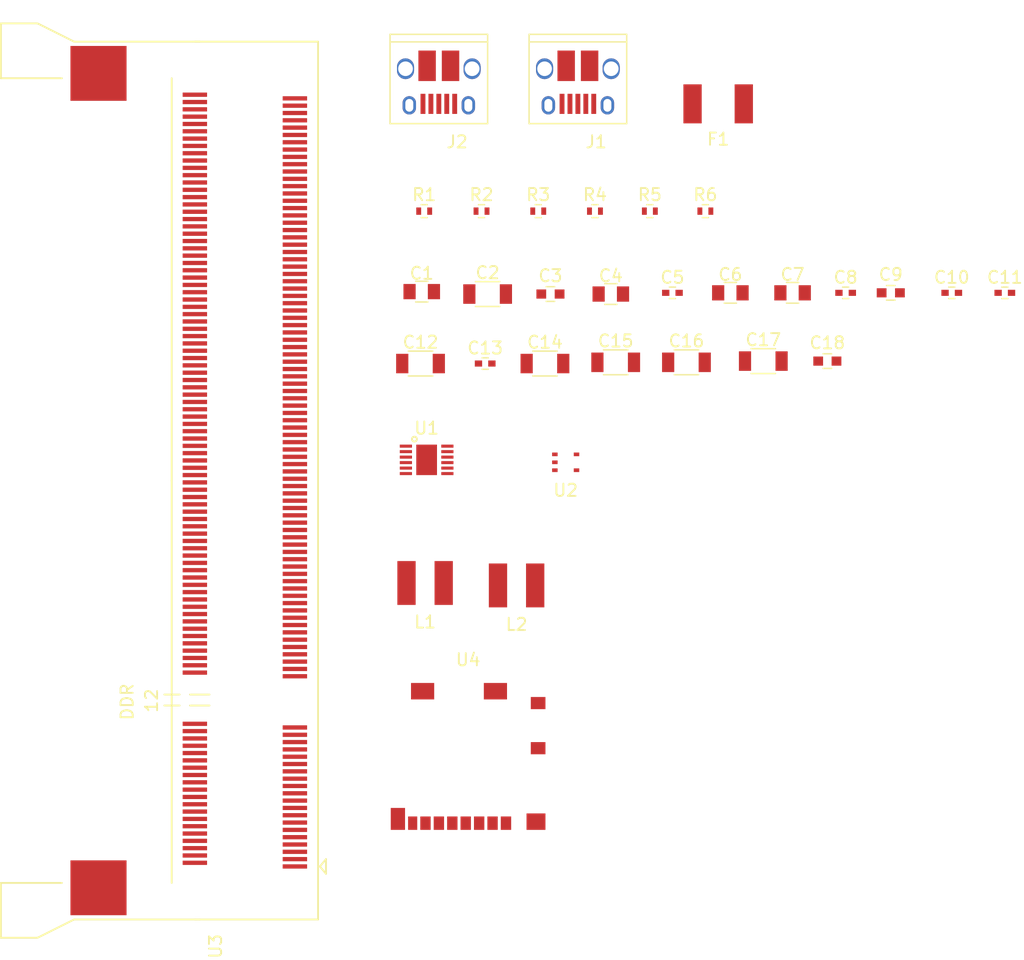
<source format=kicad_pcb>
(kicad_pcb (version 20171130) (host pcbnew "(5.0.0-3-g5ebb6b6)")

  (general
    (thickness 1.6)
    (drawings 0)
    (tracks 0)
    (zones 0)
    (modules 33)
    (nets 137)
  )

  (page A4)
  (layers
    (0 F.Cu signal)
    (31 B.Cu signal)
    (32 B.Adhes user)
    (33 F.Adhes user)
    (34 B.Paste user)
    (35 F.Paste user)
    (36 B.SilkS user)
    (37 F.SilkS user)
    (38 B.Mask user)
    (39 F.Mask user)
    (40 Dwgs.User user)
    (41 Cmts.User user)
    (42 Eco1.User user)
    (43 Eco2.User user)
    (44 Edge.Cuts user)
    (45 Margin user)
    (46 B.CrtYd user)
    (47 F.CrtYd user)
    (48 B.Fab user)
    (49 F.Fab user)
  )

  (setup
    (last_trace_width 0.25)
    (trace_clearance 0.2)
    (zone_clearance 0.508)
    (zone_45_only no)
    (trace_min 0.2)
    (segment_width 0.2)
    (edge_width 0.15)
    (via_size 0.8)
    (via_drill 0.4)
    (via_min_size 0.4)
    (via_min_drill 0.3)
    (uvia_size 0.3)
    (uvia_drill 0.1)
    (uvias_allowed no)
    (uvia_min_size 0.2)
    (uvia_min_drill 0.1)
    (pcb_text_width 0.3)
    (pcb_text_size 1.5 1.5)
    (mod_edge_width 0.15)
    (mod_text_size 1 1)
    (mod_text_width 0.15)
    (pad_size 1.524 1.524)
    (pad_drill 0.762)
    (pad_to_mask_clearance 0.2)
    (aux_axis_origin 0 0)
    (visible_elements FFFFF77F)
    (pcbplotparams
      (layerselection 0x010fc_ffffffff)
      (usegerberextensions false)
      (usegerberattributes false)
      (usegerberadvancedattributes false)
      (creategerberjobfile false)
      (excludeedgelayer true)
      (linewidth 0.100000)
      (plotframeref false)
      (viasonmask false)
      (mode 1)
      (useauxorigin false)
      (hpglpennumber 1)
      (hpglpenspeed 20)
      (hpglpendiameter 15.000000)
      (psnegative false)
      (psa4output false)
      (plotreference true)
      (plotvalue true)
      (plotinvisibletext false)
      (padsonsilk false)
      (subtractmaskfromsilk false)
      (outputformat 1)
      (mirror false)
      (drillshape 1)
      (scaleselection 1)
      (outputdirectory ""))
  )

  (net 0 "")
  (net 1 GND)
  (net 2 3V3)
  (net 3 5V)
  (net 4 1V8)
  (net 5 "Net-(C5-Pad1)")
  (net 6 CM_VDAC)
  (net 7 "Net-(C10-Pad1)")
  (net 8 "Net-(F1-Pad1)")
  (net 9 "Net-(J1-Pad2)")
  (net 10 "Net-(J1-Pad3)")
  (net 11 "Net-(J1-Pad4)")
  (net 12 "Net-(J2-Pad4)")
  (net 13 USB_D+)
  (net 14 USB_D-)
  (net 15 "Net-(L1-Pad1)")
  (net 16 "Net-(L2-Pad1)")
  (net 17 "Net-(R2-Pad1)")
  (net 18 "Net-(R3-Pad1)")
  (net 19 "Net-(R4-Pad1)")
  (net 20 "Net-(R5-Pad1)")
  (net 21 "Net-(R6-Pad1)")
  (net 22 "Net-(U1-Pad5)")
  (net 23 "Net-(U1-Pad11)")
  (net 24 "Net-(U3-Pad3)")
  (net 25 "Net-(U3-Pad5)")
  (net 26 "Net-(U3-Pad9)")
  (net 27 "Net-(U3-Pad11)")
  (net 28 "Net-(U3-Pad15)")
  (net 29 "Net-(U3-Pad17)")
  (net 30 "Net-(U3-Pad21)")
  (net 31 "Net-(U3-Pad23)")
  (net 32 "Net-(U3-Pad27)")
  (net 33 "Net-(U3-Pad29)")
  (net 34 "Net-(U3-Pad33)")
  (net 35 "Net-(U3-Pad35)")
  (net 36 "Net-(U3-Pad45)")
  (net 37 "Net-(U3-Pad47)")
  (net 38 "Net-(U3-Pad51)")
  (net 39 "Net-(U3-Pad53)")
  (net 40 "Net-(U3-Pad57)")
  (net 41 "Net-(U3-Pad59)")
  (net 42 "Net-(U3-Pad63)")
  (net 43 "Net-(U3-Pad65)")
  (net 44 "Net-(U3-Pad69)")
  (net 45 "Net-(U3-Pad71)")
  (net 46 "Net-(U3-Pad75)")
  (net 47 "Net-(U3-Pad77)")
  (net 48 "Net-(U3-Pad81)")
  (net 49 "Net-(U3-Pad83)")
  (net 50 "Net-(U3-Pad87)")
  (net 51 "Net-(U3-Pad89)")
  (net 52 "Net-(U3-Pad93)")
  (net 53 "Net-(U3-Pad95)")
  (net 54 "Net-(U3-Pad99)")
  (net 55 "Net-(U3-Pad101)")
  (net 56 "Net-(U3-Pad105)")
  (net 57 "Net-(U3-Pad107)")
  (net 58 "Net-(U3-Pad111)")
  (net 59 "Net-(U3-Pad113)")
  (net 60 "Net-(U3-Pad117)")
  (net 61 "Net-(U3-Pad119)")
  (net 62 "Net-(U3-Pad123)")
  (net 63 "Net-(U3-Pad125)")
  (net 64 "Net-(U3-Pad129)")
  (net 65 "Net-(U3-Pad131)")
  (net 66 "Net-(U3-Pad135)")
  (net 67 "Net-(U3-Pad137)")
  (net 68 "Net-(U3-Pad141)")
  (net 69 "Net-(U3-Pad143)")
  (net 70 "Net-(U3-Pad147)")
  (net 71 "Net-(U3-Pad149)")
  (net 72 "Net-(U3-Pad153)")
  (net 73 "Net-(U3-Pad155)")
  (net 74 "Net-(U3-Pad159)")
  (net 75 "Net-(U3-Pad161)")
  (net 76 "Net-(U3-Pad171)")
  (net 77 "Net-(U3-Pad173)")
  (net 78 "Net-(U3-Pad175)")
  (net 79 "Net-(U3-Pad177)")
  (net 80 "Net-(U3-Pad179)")
  (net 81 SDX_CLK)
  (net 82 SDX_CMD)
  (net 83 SDX_D0)
  (net 84 SDX_D1)
  (net 85 SDX_D2)
  (net 86 SDX_D3)
  (net 87 "Net-(U3-Pad34)")
  (net 88 "Net-(U3-Pad36)")
  (net 89 "Net-(U3-Pad46)")
  (net 90 "Net-(U3-Pad48)")
  (net 91 "Net-(U3-Pad52)")
  (net 92 "Net-(U3-Pad54)")
  (net 93 "Net-(U3-Pad58)")
  (net 94 "Net-(U3-Pad60)")
  (net 95 "Net-(U3-Pad64)")
  (net 96 "Net-(U3-Pad66)")
  (net 97 "Net-(U3-Pad70)")
  (net 98 "Net-(U3-Pad72)")
  (net 99 "Net-(U3-Pad76)")
  (net 100 "Net-(U3-Pad78)")
  (net 101 "Net-(U3-Pad90)")
  (net 102 "Net-(U3-Pad94)")
  (net 103 "Net-(U3-Pad96)")
  (net 104 "Net-(U3-Pad100)")
  (net 105 "Net-(U3-Pad102)")
  (net 106 "Net-(U3-Pad106)")
  (net 107 "Net-(U3-Pad108)")
  (net 108 "Net-(U3-Pad112)")
  (net 109 "Net-(U3-Pad114)")
  (net 110 "Net-(U3-Pad118)")
  (net 111 "Net-(U3-Pad120)")
  (net 112 "Net-(U3-Pad124)")
  (net 113 "Net-(U3-Pad126)")
  (net 114 "Net-(U3-Pad128)")
  (net 115 "Net-(U3-Pad130)")
  (net 116 "Net-(U3-Pad132)")
  (net 117 "Net-(U3-Pad136)")
  (net 118 "Net-(U3-Pad138)")
  (net 119 "Net-(U3-Pad142)")
  (net 120 "Net-(U3-Pad144)")
  (net 121 "Net-(U3-Pad148)")
  (net 122 "Net-(U3-Pad150)")
  (net 123 "Net-(U3-Pad154)")
  (net 124 "Net-(U3-Pad156)")
  (net 125 "Net-(U3-Pad158)")
  (net 126 "Net-(U3-Pad160)")
  (net 127 "Net-(U3-Pad162)")
  (net 128 "Net-(U3-Pad166)")
  (net 129 "Net-(U3-Pad168)")
  (net 130 "Net-(U3-Pad172)")
  (net 131 "Net-(U3-Pad174)")
  (net 132 "Net-(U3-Pad176)")
  (net 133 "Net-(U3-Pad178)")
  (net 134 "Net-(U3-Pad180)")
  (net 135 "Net-(U4-Pad10)")
  (net 136 "Net-(U4-Pad9)")

  (net_class Default "This is the default net class."
    (clearance 0.2)
    (trace_width 0.25)
    (via_dia 0.8)
    (via_drill 0.4)
    (uvia_dia 0.3)
    (uvia_drill 0.1)
    (add_net 1V8)
    (add_net 3V3)
    (add_net 5V)
    (add_net CM_VDAC)
    (add_net GND)
    (add_net "Net-(C10-Pad1)")
    (add_net "Net-(C5-Pad1)")
    (add_net "Net-(F1-Pad1)")
    (add_net "Net-(J1-Pad2)")
    (add_net "Net-(J1-Pad3)")
    (add_net "Net-(J1-Pad4)")
    (add_net "Net-(J2-Pad4)")
    (add_net "Net-(L1-Pad1)")
    (add_net "Net-(L2-Pad1)")
    (add_net "Net-(R2-Pad1)")
    (add_net "Net-(R3-Pad1)")
    (add_net "Net-(R4-Pad1)")
    (add_net "Net-(R5-Pad1)")
    (add_net "Net-(R6-Pad1)")
    (add_net "Net-(U1-Pad11)")
    (add_net "Net-(U1-Pad5)")
    (add_net "Net-(U3-Pad100)")
    (add_net "Net-(U3-Pad101)")
    (add_net "Net-(U3-Pad102)")
    (add_net "Net-(U3-Pad105)")
    (add_net "Net-(U3-Pad106)")
    (add_net "Net-(U3-Pad107)")
    (add_net "Net-(U3-Pad108)")
    (add_net "Net-(U3-Pad11)")
    (add_net "Net-(U3-Pad111)")
    (add_net "Net-(U3-Pad112)")
    (add_net "Net-(U3-Pad113)")
    (add_net "Net-(U3-Pad114)")
    (add_net "Net-(U3-Pad117)")
    (add_net "Net-(U3-Pad118)")
    (add_net "Net-(U3-Pad119)")
    (add_net "Net-(U3-Pad120)")
    (add_net "Net-(U3-Pad123)")
    (add_net "Net-(U3-Pad124)")
    (add_net "Net-(U3-Pad125)")
    (add_net "Net-(U3-Pad126)")
    (add_net "Net-(U3-Pad128)")
    (add_net "Net-(U3-Pad129)")
    (add_net "Net-(U3-Pad130)")
    (add_net "Net-(U3-Pad131)")
    (add_net "Net-(U3-Pad132)")
    (add_net "Net-(U3-Pad135)")
    (add_net "Net-(U3-Pad136)")
    (add_net "Net-(U3-Pad137)")
    (add_net "Net-(U3-Pad138)")
    (add_net "Net-(U3-Pad141)")
    (add_net "Net-(U3-Pad142)")
    (add_net "Net-(U3-Pad143)")
    (add_net "Net-(U3-Pad144)")
    (add_net "Net-(U3-Pad147)")
    (add_net "Net-(U3-Pad148)")
    (add_net "Net-(U3-Pad149)")
    (add_net "Net-(U3-Pad15)")
    (add_net "Net-(U3-Pad150)")
    (add_net "Net-(U3-Pad153)")
    (add_net "Net-(U3-Pad154)")
    (add_net "Net-(U3-Pad155)")
    (add_net "Net-(U3-Pad156)")
    (add_net "Net-(U3-Pad158)")
    (add_net "Net-(U3-Pad159)")
    (add_net "Net-(U3-Pad160)")
    (add_net "Net-(U3-Pad161)")
    (add_net "Net-(U3-Pad162)")
    (add_net "Net-(U3-Pad166)")
    (add_net "Net-(U3-Pad168)")
    (add_net "Net-(U3-Pad17)")
    (add_net "Net-(U3-Pad171)")
    (add_net "Net-(U3-Pad172)")
    (add_net "Net-(U3-Pad173)")
    (add_net "Net-(U3-Pad174)")
    (add_net "Net-(U3-Pad175)")
    (add_net "Net-(U3-Pad176)")
    (add_net "Net-(U3-Pad177)")
    (add_net "Net-(U3-Pad178)")
    (add_net "Net-(U3-Pad179)")
    (add_net "Net-(U3-Pad180)")
    (add_net "Net-(U3-Pad21)")
    (add_net "Net-(U3-Pad23)")
    (add_net "Net-(U3-Pad27)")
    (add_net "Net-(U3-Pad29)")
    (add_net "Net-(U3-Pad3)")
    (add_net "Net-(U3-Pad33)")
    (add_net "Net-(U3-Pad34)")
    (add_net "Net-(U3-Pad35)")
    (add_net "Net-(U3-Pad36)")
    (add_net "Net-(U3-Pad45)")
    (add_net "Net-(U3-Pad46)")
    (add_net "Net-(U3-Pad47)")
    (add_net "Net-(U3-Pad48)")
    (add_net "Net-(U3-Pad5)")
    (add_net "Net-(U3-Pad51)")
    (add_net "Net-(U3-Pad52)")
    (add_net "Net-(U3-Pad53)")
    (add_net "Net-(U3-Pad54)")
    (add_net "Net-(U3-Pad57)")
    (add_net "Net-(U3-Pad58)")
    (add_net "Net-(U3-Pad59)")
    (add_net "Net-(U3-Pad60)")
    (add_net "Net-(U3-Pad63)")
    (add_net "Net-(U3-Pad64)")
    (add_net "Net-(U3-Pad65)")
    (add_net "Net-(U3-Pad66)")
    (add_net "Net-(U3-Pad69)")
    (add_net "Net-(U3-Pad70)")
    (add_net "Net-(U3-Pad71)")
    (add_net "Net-(U3-Pad72)")
    (add_net "Net-(U3-Pad75)")
    (add_net "Net-(U3-Pad76)")
    (add_net "Net-(U3-Pad77)")
    (add_net "Net-(U3-Pad78)")
    (add_net "Net-(U3-Pad81)")
    (add_net "Net-(U3-Pad83)")
    (add_net "Net-(U3-Pad87)")
    (add_net "Net-(U3-Pad89)")
    (add_net "Net-(U3-Pad9)")
    (add_net "Net-(U3-Pad90)")
    (add_net "Net-(U3-Pad93)")
    (add_net "Net-(U3-Pad94)")
    (add_net "Net-(U3-Pad95)")
    (add_net "Net-(U3-Pad96)")
    (add_net "Net-(U3-Pad99)")
    (add_net "Net-(U4-Pad10)")
    (add_net "Net-(U4-Pad9)")
    (add_net SDX_CLK)
    (add_net SDX_CMD)
    (add_net SDX_D0)
    (add_net SDX_D1)
    (add_net SDX_D2)
    (add_net SDX_D3)
    (add_net USB_D+)
    (add_net USB_D-)
  )

  (module Capacitors_SMD:C_0805 (layer F.Cu) (tedit 58AA8463) (tstamp 5B89E439)
    (at 100.2 73)
    (descr "Capacitor SMD 0805, reflow soldering, AVX (see smccp.pdf)")
    (tags "capacitor 0805")
    (path /5B81B264/5B961D8D)
    (attr smd)
    (fp_text reference C1 (at 0 -1.5) (layer F.SilkS)
      (effects (font (size 1 1) (thickness 0.15)))
    )
    (fp_text value 10uF (at 0 1.75) (layer F.Fab)
      (effects (font (size 1 1) (thickness 0.15)))
    )
    (fp_line (start 1.75 0.87) (end -1.75 0.87) (layer F.CrtYd) (width 0.05))
    (fp_line (start 1.75 0.87) (end 1.75 -0.88) (layer F.CrtYd) (width 0.05))
    (fp_line (start -1.75 -0.88) (end -1.75 0.87) (layer F.CrtYd) (width 0.05))
    (fp_line (start -1.75 -0.88) (end 1.75 -0.88) (layer F.CrtYd) (width 0.05))
    (fp_line (start -0.5 0.85) (end 0.5 0.85) (layer F.SilkS) (width 0.12))
    (fp_line (start 0.5 -0.85) (end -0.5 -0.85) (layer F.SilkS) (width 0.12))
    (fp_line (start -1 -0.62) (end 1 -0.62) (layer F.Fab) (width 0.1))
    (fp_line (start 1 -0.62) (end 1 0.62) (layer F.Fab) (width 0.1))
    (fp_line (start 1 0.62) (end -1 0.62) (layer F.Fab) (width 0.1))
    (fp_line (start -1 0.62) (end -1 -0.62) (layer F.Fab) (width 0.1))
    (fp_text user %R (at 0 -1.5) (layer F.Fab)
      (effects (font (size 1 1) (thickness 0.15)))
    )
    (pad 2 smd rect (at 1 0) (size 1 1.25) (layers F.Cu F.Paste F.Mask)
      (net 1 GND))
    (pad 1 smd rect (at -1 0) (size 1 1.25) (layers F.Cu F.Paste F.Mask)
      (net 2 3V3))
    (model Capacitors_SMD.3dshapes/C_0805.wrl
      (at (xyz 0 0 0))
      (scale (xyz 1 1 1))
      (rotate (xyz 0 0 0))
    )
  )

  (module Capacitors_SMD:C_1206 (layer F.Cu) (tedit 58AA84B8) (tstamp 5B89E44A)
    (at 105.6 73.2)
    (descr "Capacitor SMD 1206, reflow soldering, AVX (see smccp.pdf)")
    (tags "capacitor 1206")
    (path /5B81B264/5B8CE1A3)
    (attr smd)
    (fp_text reference C2 (at 0 -1.75) (layer F.SilkS)
      (effects (font (size 1 1) (thickness 0.15)))
    )
    (fp_text value 47uF (at 0 2) (layer F.Fab)
      (effects (font (size 1 1) (thickness 0.15)))
    )
    (fp_line (start 2.25 1.05) (end -2.25 1.05) (layer F.CrtYd) (width 0.05))
    (fp_line (start 2.25 1.05) (end 2.25 -1.05) (layer F.CrtYd) (width 0.05))
    (fp_line (start -2.25 -1.05) (end -2.25 1.05) (layer F.CrtYd) (width 0.05))
    (fp_line (start -2.25 -1.05) (end 2.25 -1.05) (layer F.CrtYd) (width 0.05))
    (fp_line (start -1 1.02) (end 1 1.02) (layer F.SilkS) (width 0.12))
    (fp_line (start 1 -1.02) (end -1 -1.02) (layer F.SilkS) (width 0.12))
    (fp_line (start -1.6 -0.8) (end 1.6 -0.8) (layer F.Fab) (width 0.1))
    (fp_line (start 1.6 -0.8) (end 1.6 0.8) (layer F.Fab) (width 0.1))
    (fp_line (start 1.6 0.8) (end -1.6 0.8) (layer F.Fab) (width 0.1))
    (fp_line (start -1.6 0.8) (end -1.6 -0.8) (layer F.Fab) (width 0.1))
    (fp_text user %R (at 0 -1.75) (layer F.Fab)
      (effects (font (size 1 1) (thickness 0.15)))
    )
    (pad 2 smd rect (at 1.5 0) (size 1 1.6) (layers F.Cu F.Paste F.Mask)
      (net 1 GND))
    (pad 1 smd rect (at -1.5 0) (size 1 1.6) (layers F.Cu F.Paste F.Mask)
      (net 3 5V))
    (model Capacitors_SMD.3dshapes/C_1206.wrl
      (at (xyz 0 0 0))
      (scale (xyz 1 1 1))
      (rotate (xyz 0 0 0))
    )
  )

  (module Capacitors_SMD:C_0603 (layer F.Cu) (tedit 59958EE7) (tstamp 5B89FC6D)
    (at 110.75 73.2)
    (descr "Capacitor SMD 0603, reflow soldering, AVX (see smccp.pdf)")
    (tags "capacitor 0603")
    (path /5B81B264/5B86DBE6)
    (attr smd)
    (fp_text reference C3 (at 0 -1.5) (layer F.SilkS)
      (effects (font (size 1 1) (thickness 0.15)))
    )
    (fp_text value 4.7uF (at 0 1.5) (layer F.Fab)
      (effects (font (size 1 1) (thickness 0.15)))
    )
    (fp_line (start 1.4 0.65) (end -1.4 0.65) (layer F.CrtYd) (width 0.05))
    (fp_line (start 1.4 0.65) (end 1.4 -0.65) (layer F.CrtYd) (width 0.05))
    (fp_line (start -1.4 -0.65) (end -1.4 0.65) (layer F.CrtYd) (width 0.05))
    (fp_line (start -1.4 -0.65) (end 1.4 -0.65) (layer F.CrtYd) (width 0.05))
    (fp_line (start 0.35 0.6) (end -0.35 0.6) (layer F.SilkS) (width 0.12))
    (fp_line (start -0.35 -0.6) (end 0.35 -0.6) (layer F.SilkS) (width 0.12))
    (fp_line (start -0.8 -0.4) (end 0.8 -0.4) (layer F.Fab) (width 0.1))
    (fp_line (start 0.8 -0.4) (end 0.8 0.4) (layer F.Fab) (width 0.1))
    (fp_line (start 0.8 0.4) (end -0.8 0.4) (layer F.Fab) (width 0.1))
    (fp_line (start -0.8 0.4) (end -0.8 -0.4) (layer F.Fab) (width 0.1))
    (fp_text user %R (at 0 0) (layer F.Fab)
      (effects (font (size 0.3 0.3) (thickness 0.075)))
    )
    (pad 2 smd rect (at 0.75 0) (size 0.8 0.75) (layers F.Cu F.Paste F.Mask)
      (net 1 GND))
    (pad 1 smd rect (at -0.75 0) (size 0.8 0.75) (layers F.Cu F.Paste F.Mask)
      (net 2 3V3))
    (model Capacitors_SMD.3dshapes/C_0603.wrl
      (at (xyz 0 0 0))
      (scale (xyz 1 1 1))
      (rotate (xyz 0 0 0))
    )
  )

  (module Capacitors_SMD:C_0805 (layer F.Cu) (tedit 58AA8463) (tstamp 5B89E46C)
    (at 115.7 73.2)
    (descr "Capacitor SMD 0805, reflow soldering, AVX (see smccp.pdf)")
    (tags "capacitor 0805")
    (path /5B81B264/5B91233F)
    (attr smd)
    (fp_text reference C4 (at 0 -1.5) (layer F.SilkS)
      (effects (font (size 1 1) (thickness 0.15)))
    )
    (fp_text value 10uF (at 0 1.75) (layer F.Fab)
      (effects (font (size 1 1) (thickness 0.15)))
    )
    (fp_text user %R (at 0 -1.5) (layer F.Fab)
      (effects (font (size 1 1) (thickness 0.15)))
    )
    (fp_line (start -1 0.62) (end -1 -0.62) (layer F.Fab) (width 0.1))
    (fp_line (start 1 0.62) (end -1 0.62) (layer F.Fab) (width 0.1))
    (fp_line (start 1 -0.62) (end 1 0.62) (layer F.Fab) (width 0.1))
    (fp_line (start -1 -0.62) (end 1 -0.62) (layer F.Fab) (width 0.1))
    (fp_line (start 0.5 -0.85) (end -0.5 -0.85) (layer F.SilkS) (width 0.12))
    (fp_line (start -0.5 0.85) (end 0.5 0.85) (layer F.SilkS) (width 0.12))
    (fp_line (start -1.75 -0.88) (end 1.75 -0.88) (layer F.CrtYd) (width 0.05))
    (fp_line (start -1.75 -0.88) (end -1.75 0.87) (layer F.CrtYd) (width 0.05))
    (fp_line (start 1.75 0.87) (end 1.75 -0.88) (layer F.CrtYd) (width 0.05))
    (fp_line (start 1.75 0.87) (end -1.75 0.87) (layer F.CrtYd) (width 0.05))
    (pad 1 smd rect (at -1 0) (size 1 1.25) (layers F.Cu F.Paste F.Mask)
      (net 4 1V8))
    (pad 2 smd rect (at 1 0) (size 1 1.25) (layers F.Cu F.Paste F.Mask)
      (net 1 GND))
    (model Capacitors_SMD.3dshapes/C_0805.wrl
      (at (xyz 0 0 0))
      (scale (xyz 1 1 1))
      (rotate (xyz 0 0 0))
    )
  )

  (module Capacitors_SMD:C_0402 (layer F.Cu) (tedit 58AA841A) (tstamp 5B89E47D)
    (at 120.75 73.1)
    (descr "Capacitor SMD 0402, reflow soldering, AVX (see smccp.pdf)")
    (tags "capacitor 0402")
    (path /5B81B264/5B9C0208)
    (attr smd)
    (fp_text reference C5 (at 0 -1.27) (layer F.SilkS)
      (effects (font (size 1 1) (thickness 0.15)))
    )
    (fp_text value 100nF (at 0 1.27) (layer F.Fab)
      (effects (font (size 1 1) (thickness 0.15)))
    )
    (fp_text user %R (at 0 -1.27) (layer F.Fab)
      (effects (font (size 1 1) (thickness 0.15)))
    )
    (fp_line (start -0.5 0.25) (end -0.5 -0.25) (layer F.Fab) (width 0.1))
    (fp_line (start 0.5 0.25) (end -0.5 0.25) (layer F.Fab) (width 0.1))
    (fp_line (start 0.5 -0.25) (end 0.5 0.25) (layer F.Fab) (width 0.1))
    (fp_line (start -0.5 -0.25) (end 0.5 -0.25) (layer F.Fab) (width 0.1))
    (fp_line (start 0.25 -0.47) (end -0.25 -0.47) (layer F.SilkS) (width 0.12))
    (fp_line (start -0.25 0.47) (end 0.25 0.47) (layer F.SilkS) (width 0.12))
    (fp_line (start -1 -0.4) (end 1 -0.4) (layer F.CrtYd) (width 0.05))
    (fp_line (start -1 -0.4) (end -1 0.4) (layer F.CrtYd) (width 0.05))
    (fp_line (start 1 0.4) (end 1 -0.4) (layer F.CrtYd) (width 0.05))
    (fp_line (start 1 0.4) (end -1 0.4) (layer F.CrtYd) (width 0.05))
    (pad 1 smd rect (at -0.55 0) (size 0.6 0.5) (layers F.Cu F.Paste F.Mask)
      (net 5 "Net-(C5-Pad1)"))
    (pad 2 smd rect (at 0.55 0) (size 0.6 0.5) (layers F.Cu F.Paste F.Mask)
      (net 1 GND))
    (model Capacitors_SMD.3dshapes/C_0402.wrl
      (at (xyz 0 0 0))
      (scale (xyz 1 1 1))
      (rotate (xyz 0 0 0))
    )
  )

  (module Capacitors_SMD:C_0805 (layer F.Cu) (tedit 58AA8463) (tstamp 5B89E48E)
    (at 125.5 73.1)
    (descr "Capacitor SMD 0805, reflow soldering, AVX (see smccp.pdf)")
    (tags "capacitor 0805")
    (path /5B81B264/5B9B66B2)
    (attr smd)
    (fp_text reference C6 (at 0 -1.5) (layer F.SilkS)
      (effects (font (size 1 1) (thickness 0.15)))
    )
    (fp_text value 10uF (at 0 1.75) (layer F.Fab)
      (effects (font (size 1 1) (thickness 0.15)))
    )
    (fp_line (start 1.75 0.87) (end -1.75 0.87) (layer F.CrtYd) (width 0.05))
    (fp_line (start 1.75 0.87) (end 1.75 -0.88) (layer F.CrtYd) (width 0.05))
    (fp_line (start -1.75 -0.88) (end -1.75 0.87) (layer F.CrtYd) (width 0.05))
    (fp_line (start -1.75 -0.88) (end 1.75 -0.88) (layer F.CrtYd) (width 0.05))
    (fp_line (start -0.5 0.85) (end 0.5 0.85) (layer F.SilkS) (width 0.12))
    (fp_line (start 0.5 -0.85) (end -0.5 -0.85) (layer F.SilkS) (width 0.12))
    (fp_line (start -1 -0.62) (end 1 -0.62) (layer F.Fab) (width 0.1))
    (fp_line (start 1 -0.62) (end 1 0.62) (layer F.Fab) (width 0.1))
    (fp_line (start 1 0.62) (end -1 0.62) (layer F.Fab) (width 0.1))
    (fp_line (start -1 0.62) (end -1 -0.62) (layer F.Fab) (width 0.1))
    (fp_text user %R (at 0 -1.5) (layer F.Fab)
      (effects (font (size 1 1) (thickness 0.15)))
    )
    (pad 2 smd rect (at 1 0) (size 1 1.25) (layers F.Cu F.Paste F.Mask)
      (net 1 GND))
    (pad 1 smd rect (at -1 0) (size 1 1.25) (layers F.Cu F.Paste F.Mask)
      (net 3 5V))
    (model Capacitors_SMD.3dshapes/C_0805.wrl
      (at (xyz 0 0 0))
      (scale (xyz 1 1 1))
      (rotate (xyz 0 0 0))
    )
  )

  (module Capacitors_SMD:C_0805 (layer F.Cu) (tedit 58AA8463) (tstamp 5B89E49F)
    (at 130.6 73.1)
    (descr "Capacitor SMD 0805, reflow soldering, AVX (see smccp.pdf)")
    (tags "capacitor 0805")
    (path /5B81B264/5B9ACC3F)
    (attr smd)
    (fp_text reference C7 (at 0 -1.5) (layer F.SilkS)
      (effects (font (size 1 1) (thickness 0.15)))
    )
    (fp_text value 10uF (at 0 1.75) (layer F.Fab)
      (effects (font (size 1 1) (thickness 0.15)))
    )
    (fp_text user %R (at 0 -1.5) (layer F.Fab)
      (effects (font (size 1 1) (thickness 0.15)))
    )
    (fp_line (start -1 0.62) (end -1 -0.62) (layer F.Fab) (width 0.1))
    (fp_line (start 1 0.62) (end -1 0.62) (layer F.Fab) (width 0.1))
    (fp_line (start 1 -0.62) (end 1 0.62) (layer F.Fab) (width 0.1))
    (fp_line (start -1 -0.62) (end 1 -0.62) (layer F.Fab) (width 0.1))
    (fp_line (start 0.5 -0.85) (end -0.5 -0.85) (layer F.SilkS) (width 0.12))
    (fp_line (start -0.5 0.85) (end 0.5 0.85) (layer F.SilkS) (width 0.12))
    (fp_line (start -1.75 -0.88) (end 1.75 -0.88) (layer F.CrtYd) (width 0.05))
    (fp_line (start -1.75 -0.88) (end -1.75 0.87) (layer F.CrtYd) (width 0.05))
    (fp_line (start 1.75 0.87) (end 1.75 -0.88) (layer F.CrtYd) (width 0.05))
    (fp_line (start 1.75 0.87) (end -1.75 0.87) (layer F.CrtYd) (width 0.05))
    (pad 1 smd rect (at -1 0) (size 1 1.25) (layers F.Cu F.Paste F.Mask)
      (net 3 5V))
    (pad 2 smd rect (at 1 0) (size 1 1.25) (layers F.Cu F.Paste F.Mask)
      (net 1 GND))
    (model Capacitors_SMD.3dshapes/C_0805.wrl
      (at (xyz 0 0 0))
      (scale (xyz 1 1 1))
      (rotate (xyz 0 0 0))
    )
  )

  (module Capacitors_SMD:C_0402 (layer F.Cu) (tedit 58AA841A) (tstamp 5B89E4B0)
    (at 134.95 73.1)
    (descr "Capacitor SMD 0402, reflow soldering, AVX (see smccp.pdf)")
    (tags "capacitor 0402")
    (path /5B81B264/5BA9525E)
    (attr smd)
    (fp_text reference C8 (at 0 -1.27) (layer F.SilkS)
      (effects (font (size 1 1) (thickness 0.15)))
    )
    (fp_text value 1uF (at 0 1.27) (layer F.Fab)
      (effects (font (size 1 1) (thickness 0.15)))
    )
    (fp_line (start 1 0.4) (end -1 0.4) (layer F.CrtYd) (width 0.05))
    (fp_line (start 1 0.4) (end 1 -0.4) (layer F.CrtYd) (width 0.05))
    (fp_line (start -1 -0.4) (end -1 0.4) (layer F.CrtYd) (width 0.05))
    (fp_line (start -1 -0.4) (end 1 -0.4) (layer F.CrtYd) (width 0.05))
    (fp_line (start -0.25 0.47) (end 0.25 0.47) (layer F.SilkS) (width 0.12))
    (fp_line (start 0.25 -0.47) (end -0.25 -0.47) (layer F.SilkS) (width 0.12))
    (fp_line (start -0.5 -0.25) (end 0.5 -0.25) (layer F.Fab) (width 0.1))
    (fp_line (start 0.5 -0.25) (end 0.5 0.25) (layer F.Fab) (width 0.1))
    (fp_line (start 0.5 0.25) (end -0.5 0.25) (layer F.Fab) (width 0.1))
    (fp_line (start -0.5 0.25) (end -0.5 -0.25) (layer F.Fab) (width 0.1))
    (fp_text user %R (at 0 -1.27) (layer F.Fab)
      (effects (font (size 1 1) (thickness 0.15)))
    )
    (pad 2 smd rect (at 0.55 0) (size 0.6 0.5) (layers F.Cu F.Paste F.Mask)
      (net 1 GND))
    (pad 1 smd rect (at -0.55 0) (size 0.6 0.5) (layers F.Cu F.Paste F.Mask)
      (net 2 3V3))
    (model Capacitors_SMD.3dshapes/C_0402.wrl
      (at (xyz 0 0 0))
      (scale (xyz 1 1 1))
      (rotate (xyz 0 0 0))
    )
  )

  (module Capacitors_SMD:C_0603 (layer F.Cu) (tedit 59958EE7) (tstamp 5B89F7FD)
    (at 138.65 73.1)
    (descr "Capacitor SMD 0603, reflow soldering, AVX (see smccp.pdf)")
    (tags "capacitor 0603")
    (path /5B81B264/5BB3DC0F)
    (attr smd)
    (fp_text reference C9 (at 0 -1.5) (layer F.SilkS)
      (effects (font (size 1 1) (thickness 0.15)))
    )
    (fp_text value 4.7uF (at 0 1.5) (layer F.Fab)
      (effects (font (size 1 1) (thickness 0.15)))
    )
    (fp_text user %R (at 0 0) (layer F.Fab)
      (effects (font (size 0.3 0.3) (thickness 0.075)))
    )
    (fp_line (start -0.8 0.4) (end -0.8 -0.4) (layer F.Fab) (width 0.1))
    (fp_line (start 0.8 0.4) (end -0.8 0.4) (layer F.Fab) (width 0.1))
    (fp_line (start 0.8 -0.4) (end 0.8 0.4) (layer F.Fab) (width 0.1))
    (fp_line (start -0.8 -0.4) (end 0.8 -0.4) (layer F.Fab) (width 0.1))
    (fp_line (start -0.35 -0.6) (end 0.35 -0.6) (layer F.SilkS) (width 0.12))
    (fp_line (start 0.35 0.6) (end -0.35 0.6) (layer F.SilkS) (width 0.12))
    (fp_line (start -1.4 -0.65) (end 1.4 -0.65) (layer F.CrtYd) (width 0.05))
    (fp_line (start -1.4 -0.65) (end -1.4 0.65) (layer F.CrtYd) (width 0.05))
    (fp_line (start 1.4 0.65) (end 1.4 -0.65) (layer F.CrtYd) (width 0.05))
    (fp_line (start 1.4 0.65) (end -1.4 0.65) (layer F.CrtYd) (width 0.05))
    (pad 1 smd rect (at -0.75 0) (size 0.8 0.75) (layers F.Cu F.Paste F.Mask)
      (net 6 CM_VDAC))
    (pad 2 smd rect (at 0.75 0) (size 0.8 0.75) (layers F.Cu F.Paste F.Mask)
      (net 1 GND))
    (model Capacitors_SMD.3dshapes/C_0603.wrl
      (at (xyz 0 0 0))
      (scale (xyz 1 1 1))
      (rotate (xyz 0 0 0))
    )
  )

  (module Capacitors_SMD:C_0402 (layer F.Cu) (tedit 58AA841A) (tstamp 5B89E4D2)
    (at 143.65 73.1)
    (descr "Capacitor SMD 0402, reflow soldering, AVX (see smccp.pdf)")
    (tags "capacitor 0402")
    (path /5B81B264/5BB315B7)
    (attr smd)
    (fp_text reference C10 (at 0 -1.27) (layer F.SilkS)
      (effects (font (size 1 1) (thickness 0.15)))
    )
    (fp_text value 100nF (at 0 1.27) (layer F.Fab)
      (effects (font (size 1 1) (thickness 0.15)))
    )
    (fp_line (start 1 0.4) (end -1 0.4) (layer F.CrtYd) (width 0.05))
    (fp_line (start 1 0.4) (end 1 -0.4) (layer F.CrtYd) (width 0.05))
    (fp_line (start -1 -0.4) (end -1 0.4) (layer F.CrtYd) (width 0.05))
    (fp_line (start -1 -0.4) (end 1 -0.4) (layer F.CrtYd) (width 0.05))
    (fp_line (start -0.25 0.47) (end 0.25 0.47) (layer F.SilkS) (width 0.12))
    (fp_line (start 0.25 -0.47) (end -0.25 -0.47) (layer F.SilkS) (width 0.12))
    (fp_line (start -0.5 -0.25) (end 0.5 -0.25) (layer F.Fab) (width 0.1))
    (fp_line (start 0.5 -0.25) (end 0.5 0.25) (layer F.Fab) (width 0.1))
    (fp_line (start 0.5 0.25) (end -0.5 0.25) (layer F.Fab) (width 0.1))
    (fp_line (start -0.5 0.25) (end -0.5 -0.25) (layer F.Fab) (width 0.1))
    (fp_text user %R (at 0 -1.27) (layer F.Fab)
      (effects (font (size 1 1) (thickness 0.15)))
    )
    (pad 2 smd rect (at 0.55 0) (size 0.6 0.5) (layers F.Cu F.Paste F.Mask)
      (net 1 GND))
    (pad 1 smd rect (at -0.55 0) (size 0.6 0.5) (layers F.Cu F.Paste F.Mask)
      (net 7 "Net-(C10-Pad1)"))
    (model Capacitors_SMD.3dshapes/C_0402.wrl
      (at (xyz 0 0 0))
      (scale (xyz 1 1 1))
      (rotate (xyz 0 0 0))
    )
  )

  (module Capacitors_SMD:C_0402 (layer F.Cu) (tedit 58AA841A) (tstamp 5B89E4E3)
    (at 148 73.1)
    (descr "Capacitor SMD 0402, reflow soldering, AVX (see smccp.pdf)")
    (tags "capacitor 0402")
    (path /5B81B264/5BBBE10D)
    (attr smd)
    (fp_text reference C11 (at 0 -1.27) (layer F.SilkS)
      (effects (font (size 1 1) (thickness 0.15)))
    )
    (fp_text value 1uF (at 0 1.27) (layer F.Fab)
      (effects (font (size 1 1) (thickness 0.15)))
    )
    (fp_line (start 1 0.4) (end -1 0.4) (layer F.CrtYd) (width 0.05))
    (fp_line (start 1 0.4) (end 1 -0.4) (layer F.CrtYd) (width 0.05))
    (fp_line (start -1 -0.4) (end -1 0.4) (layer F.CrtYd) (width 0.05))
    (fp_line (start -1 -0.4) (end 1 -0.4) (layer F.CrtYd) (width 0.05))
    (fp_line (start -0.25 0.47) (end 0.25 0.47) (layer F.SilkS) (width 0.12))
    (fp_line (start 0.25 -0.47) (end -0.25 -0.47) (layer F.SilkS) (width 0.12))
    (fp_line (start -0.5 -0.25) (end 0.5 -0.25) (layer F.Fab) (width 0.1))
    (fp_line (start 0.5 -0.25) (end 0.5 0.25) (layer F.Fab) (width 0.1))
    (fp_line (start 0.5 0.25) (end -0.5 0.25) (layer F.Fab) (width 0.1))
    (fp_line (start -0.5 0.25) (end -0.5 -0.25) (layer F.Fab) (width 0.1))
    (fp_text user %R (at 0 -1.27) (layer F.Fab)
      (effects (font (size 1 1) (thickness 0.15)))
    )
    (pad 2 smd rect (at 0.55 0) (size 0.6 0.5) (layers F.Cu F.Paste F.Mask)
      (net 1 GND))
    (pad 1 smd rect (at -0.55 0) (size 0.6 0.5) (layers F.Cu F.Paste F.Mask)
      (net 2 3V3))
    (model Capacitors_SMD.3dshapes/C_0402.wrl
      (at (xyz 0 0 0))
      (scale (xyz 1 1 1))
      (rotate (xyz 0 0 0))
    )
  )

  (module Capacitors_SMD:C_1206 (layer F.Cu) (tedit 58AA84B8) (tstamp 5B89E4F4)
    (at 100.1 78.9)
    (descr "Capacitor SMD 1206, reflow soldering, AVX (see smccp.pdf)")
    (tags "capacitor 1206")
    (path /5B81B264/5BC0E63C)
    (attr smd)
    (fp_text reference C12 (at 0 -1.75) (layer F.SilkS)
      (effects (font (size 1 1) (thickness 0.15)))
    )
    (fp_text value 47uF (at 0 2) (layer F.Fab)
      (effects (font (size 1 1) (thickness 0.15)))
    )
    (fp_text user %R (at 0 -1.75) (layer F.Fab)
      (effects (font (size 1 1) (thickness 0.15)))
    )
    (fp_line (start -1.6 0.8) (end -1.6 -0.8) (layer F.Fab) (width 0.1))
    (fp_line (start 1.6 0.8) (end -1.6 0.8) (layer F.Fab) (width 0.1))
    (fp_line (start 1.6 -0.8) (end 1.6 0.8) (layer F.Fab) (width 0.1))
    (fp_line (start -1.6 -0.8) (end 1.6 -0.8) (layer F.Fab) (width 0.1))
    (fp_line (start 1 -1.02) (end -1 -1.02) (layer F.SilkS) (width 0.12))
    (fp_line (start -1 1.02) (end 1 1.02) (layer F.SilkS) (width 0.12))
    (fp_line (start -2.25 -1.05) (end 2.25 -1.05) (layer F.CrtYd) (width 0.05))
    (fp_line (start -2.25 -1.05) (end -2.25 1.05) (layer F.CrtYd) (width 0.05))
    (fp_line (start 2.25 1.05) (end 2.25 -1.05) (layer F.CrtYd) (width 0.05))
    (fp_line (start 2.25 1.05) (end -2.25 1.05) (layer F.CrtYd) (width 0.05))
    (pad 1 smd rect (at -1.5 0) (size 1 1.6) (layers F.Cu F.Paste F.Mask)
      (net 3 5V))
    (pad 2 smd rect (at 1.5 0) (size 1 1.6) (layers F.Cu F.Paste F.Mask)
      (net 1 GND))
    (model Capacitors_SMD.3dshapes/C_1206.wrl
      (at (xyz 0 0 0))
      (scale (xyz 1 1 1))
      (rotate (xyz 0 0 0))
    )
  )

  (module Capacitors_SMD:C_0402 (layer F.Cu) (tedit 58AA841A) (tstamp 5B89E505)
    (at 105.4 78.9)
    (descr "Capacitor SMD 0402, reflow soldering, AVX (see smccp.pdf)")
    (tags "capacitor 0402")
    (path /5B81B264/5BC005C5)
    (attr smd)
    (fp_text reference C13 (at 0 -1.27) (layer F.SilkS)
      (effects (font (size 1 1) (thickness 0.15)))
    )
    (fp_text value 1uF (at 0 1.27) (layer F.Fab)
      (effects (font (size 1 1) (thickness 0.15)))
    )
    (fp_text user %R (at 0 -1.27) (layer F.Fab)
      (effects (font (size 1 1) (thickness 0.15)))
    )
    (fp_line (start -0.5 0.25) (end -0.5 -0.25) (layer F.Fab) (width 0.1))
    (fp_line (start 0.5 0.25) (end -0.5 0.25) (layer F.Fab) (width 0.1))
    (fp_line (start 0.5 -0.25) (end 0.5 0.25) (layer F.Fab) (width 0.1))
    (fp_line (start -0.5 -0.25) (end 0.5 -0.25) (layer F.Fab) (width 0.1))
    (fp_line (start 0.25 -0.47) (end -0.25 -0.47) (layer F.SilkS) (width 0.12))
    (fp_line (start -0.25 0.47) (end 0.25 0.47) (layer F.SilkS) (width 0.12))
    (fp_line (start -1 -0.4) (end 1 -0.4) (layer F.CrtYd) (width 0.05))
    (fp_line (start -1 -0.4) (end -1 0.4) (layer F.CrtYd) (width 0.05))
    (fp_line (start 1 0.4) (end 1 -0.4) (layer F.CrtYd) (width 0.05))
    (fp_line (start 1 0.4) (end -1 0.4) (layer F.CrtYd) (width 0.05))
    (pad 1 smd rect (at -0.55 0) (size 0.6 0.5) (layers F.Cu F.Paste F.Mask)
      (net 2 3V3))
    (pad 2 smd rect (at 0.55 0) (size 0.6 0.5) (layers F.Cu F.Paste F.Mask)
      (net 1 GND))
    (model Capacitors_SMD.3dshapes/C_0402.wrl
      (at (xyz 0 0 0))
      (scale (xyz 1 1 1))
      (rotate (xyz 0 0 0))
    )
  )

  (module Capacitors_SMD:C_1206 (layer F.Cu) (tedit 58AA84B8) (tstamp 5B89E516)
    (at 110.3 78.9)
    (descr "Capacitor SMD 1206, reflow soldering, AVX (see smccp.pdf)")
    (tags "capacitor 1206")
    (path /5B81B264/5BC0E64B)
    (attr smd)
    (fp_text reference C14 (at 0 -1.75) (layer F.SilkS)
      (effects (font (size 1 1) (thickness 0.15)))
    )
    (fp_text value 47uF (at 0 2) (layer F.Fab)
      (effects (font (size 1 1) (thickness 0.15)))
    )
    (fp_line (start 2.25 1.05) (end -2.25 1.05) (layer F.CrtYd) (width 0.05))
    (fp_line (start 2.25 1.05) (end 2.25 -1.05) (layer F.CrtYd) (width 0.05))
    (fp_line (start -2.25 -1.05) (end -2.25 1.05) (layer F.CrtYd) (width 0.05))
    (fp_line (start -2.25 -1.05) (end 2.25 -1.05) (layer F.CrtYd) (width 0.05))
    (fp_line (start -1 1.02) (end 1 1.02) (layer F.SilkS) (width 0.12))
    (fp_line (start 1 -1.02) (end -1 -1.02) (layer F.SilkS) (width 0.12))
    (fp_line (start -1.6 -0.8) (end 1.6 -0.8) (layer F.Fab) (width 0.1))
    (fp_line (start 1.6 -0.8) (end 1.6 0.8) (layer F.Fab) (width 0.1))
    (fp_line (start 1.6 0.8) (end -1.6 0.8) (layer F.Fab) (width 0.1))
    (fp_line (start -1.6 0.8) (end -1.6 -0.8) (layer F.Fab) (width 0.1))
    (fp_text user %R (at 0 -1.75) (layer F.Fab)
      (effects (font (size 1 1) (thickness 0.15)))
    )
    (pad 2 smd rect (at 1.5 0) (size 1 1.6) (layers F.Cu F.Paste F.Mask)
      (net 1 GND))
    (pad 1 smd rect (at -1.5 0) (size 1 1.6) (layers F.Cu F.Paste F.Mask)
      (net 2 3V3))
    (model Capacitors_SMD.3dshapes/C_1206.wrl
      (at (xyz 0 0 0))
      (scale (xyz 1 1 1))
      (rotate (xyz 0 0 0))
    )
  )

  (module Capacitors_SMD:C_1206 (layer F.Cu) (tedit 58AA84B8) (tstamp 5B89E527)
    (at 116.1 78.8)
    (descr "Capacitor SMD 1206, reflow soldering, AVX (see smccp.pdf)")
    (tags "capacitor 1206")
    (path /5B81B264/5BC1D161)
    (attr smd)
    (fp_text reference C15 (at 0 -1.75) (layer F.SilkS)
      (effects (font (size 1 1) (thickness 0.15)))
    )
    (fp_text value 47uF (at 0 2) (layer F.Fab)
      (effects (font (size 1 1) (thickness 0.15)))
    )
    (fp_text user %R (at 0 -1.75) (layer F.Fab)
      (effects (font (size 1 1) (thickness 0.15)))
    )
    (fp_line (start -1.6 0.8) (end -1.6 -0.8) (layer F.Fab) (width 0.1))
    (fp_line (start 1.6 0.8) (end -1.6 0.8) (layer F.Fab) (width 0.1))
    (fp_line (start 1.6 -0.8) (end 1.6 0.8) (layer F.Fab) (width 0.1))
    (fp_line (start -1.6 -0.8) (end 1.6 -0.8) (layer F.Fab) (width 0.1))
    (fp_line (start 1 -1.02) (end -1 -1.02) (layer F.SilkS) (width 0.12))
    (fp_line (start -1 1.02) (end 1 1.02) (layer F.SilkS) (width 0.12))
    (fp_line (start -2.25 -1.05) (end 2.25 -1.05) (layer F.CrtYd) (width 0.05))
    (fp_line (start -2.25 -1.05) (end -2.25 1.05) (layer F.CrtYd) (width 0.05))
    (fp_line (start 2.25 1.05) (end 2.25 -1.05) (layer F.CrtYd) (width 0.05))
    (fp_line (start 2.25 1.05) (end -2.25 1.05) (layer F.CrtYd) (width 0.05))
    (pad 1 smd rect (at -1.5 0) (size 1 1.6) (layers F.Cu F.Paste F.Mask)
      (net 4 1V8))
    (pad 2 smd rect (at 1.5 0) (size 1 1.6) (layers F.Cu F.Paste F.Mask)
      (net 1 GND))
    (model Capacitors_SMD.3dshapes/C_1206.wrl
      (at (xyz 0 0 0))
      (scale (xyz 1 1 1))
      (rotate (xyz 0 0 0))
    )
  )

  (module Capacitors_SMD:C_1206 (layer F.Cu) (tedit 58AA84B8) (tstamp 5B89E538)
    (at 121.9 78.8)
    (descr "Capacitor SMD 1206, reflow soldering, AVX (see smccp.pdf)")
    (tags "capacitor 1206")
    (path /5B81B264/5BC4B530)
    (attr smd)
    (fp_text reference C16 (at 0 -1.75) (layer F.SilkS)
      (effects (font (size 1 1) (thickness 0.15)))
    )
    (fp_text value 47uF (at 0 2) (layer F.Fab)
      (effects (font (size 1 1) (thickness 0.15)))
    )
    (fp_line (start 2.25 1.05) (end -2.25 1.05) (layer F.CrtYd) (width 0.05))
    (fp_line (start 2.25 1.05) (end 2.25 -1.05) (layer F.CrtYd) (width 0.05))
    (fp_line (start -2.25 -1.05) (end -2.25 1.05) (layer F.CrtYd) (width 0.05))
    (fp_line (start -2.25 -1.05) (end 2.25 -1.05) (layer F.CrtYd) (width 0.05))
    (fp_line (start -1 1.02) (end 1 1.02) (layer F.SilkS) (width 0.12))
    (fp_line (start 1 -1.02) (end -1 -1.02) (layer F.SilkS) (width 0.12))
    (fp_line (start -1.6 -0.8) (end 1.6 -0.8) (layer F.Fab) (width 0.1))
    (fp_line (start 1.6 -0.8) (end 1.6 0.8) (layer F.Fab) (width 0.1))
    (fp_line (start 1.6 0.8) (end -1.6 0.8) (layer F.Fab) (width 0.1))
    (fp_line (start -1.6 0.8) (end -1.6 -0.8) (layer F.Fab) (width 0.1))
    (fp_text user %R (at 0 -1.75) (layer F.Fab)
      (effects (font (size 1 1) (thickness 0.15)))
    )
    (pad 2 smd rect (at 1.5 0) (size 1 1.6) (layers F.Cu F.Paste F.Mask)
      (net 1 GND))
    (pad 1 smd rect (at -1.5 0) (size 1 1.6) (layers F.Cu F.Paste F.Mask)
      (net 3 5V))
    (model Capacitors_SMD.3dshapes/C_1206.wrl
      (at (xyz 0 0 0))
      (scale (xyz 1 1 1))
      (rotate (xyz 0 0 0))
    )
  )

  (module Capacitors_SMD:C_1206 (layer F.Cu) (tedit 58AA84B8) (tstamp 5B89E549)
    (at 128.2 78.7)
    (descr "Capacitor SMD 1206, reflow soldering, AVX (see smccp.pdf)")
    (tags "capacitor 1206")
    (path /5B81B264/5BC6ABFA)
    (attr smd)
    (fp_text reference C17 (at 0 -1.75) (layer F.SilkS)
      (effects (font (size 1 1) (thickness 0.15)))
    )
    (fp_text value 47uF (at 0 2) (layer F.Fab)
      (effects (font (size 1 1) (thickness 0.15)))
    )
    (fp_text user %R (at 0 -1.75) (layer F.Fab)
      (effects (font (size 1 1) (thickness 0.15)))
    )
    (fp_line (start -1.6 0.8) (end -1.6 -0.8) (layer F.Fab) (width 0.1))
    (fp_line (start 1.6 0.8) (end -1.6 0.8) (layer F.Fab) (width 0.1))
    (fp_line (start 1.6 -0.8) (end 1.6 0.8) (layer F.Fab) (width 0.1))
    (fp_line (start -1.6 -0.8) (end 1.6 -0.8) (layer F.Fab) (width 0.1))
    (fp_line (start 1 -1.02) (end -1 -1.02) (layer F.SilkS) (width 0.12))
    (fp_line (start -1 1.02) (end 1 1.02) (layer F.SilkS) (width 0.12))
    (fp_line (start -2.25 -1.05) (end 2.25 -1.05) (layer F.CrtYd) (width 0.05))
    (fp_line (start -2.25 -1.05) (end -2.25 1.05) (layer F.CrtYd) (width 0.05))
    (fp_line (start 2.25 1.05) (end 2.25 -1.05) (layer F.CrtYd) (width 0.05))
    (fp_line (start 2.25 1.05) (end -2.25 1.05) (layer F.CrtYd) (width 0.05))
    (pad 1 smd rect (at -1.5 0) (size 1 1.6) (layers F.Cu F.Paste F.Mask)
      (net 3 5V))
    (pad 2 smd rect (at 1.5 0) (size 1 1.6) (layers F.Cu F.Paste F.Mask)
      (net 1 GND))
    (model Capacitors_SMD.3dshapes/C_1206.wrl
      (at (xyz 0 0 0))
      (scale (xyz 1 1 1))
      (rotate (xyz 0 0 0))
    )
  )

  (module Capacitors_SMD:C_0603 (layer F.Cu) (tedit 59958EE7) (tstamp 5B89E55A)
    (at 133.45 78.7)
    (descr "Capacitor SMD 0603, reflow soldering, AVX (see smccp.pdf)")
    (tags "capacitor 0603")
    (path /5B81B264/5BE438D5)
    (attr smd)
    (fp_text reference C18 (at 0 -1.5) (layer F.SilkS)
      (effects (font (size 1 1) (thickness 0.15)))
    )
    (fp_text value 4.7uF (at 0 1.5) (layer F.Fab)
      (effects (font (size 1 1) (thickness 0.15)))
    )
    (fp_text user %R (at 0 0) (layer F.Fab)
      (effects (font (size 0.3 0.3) (thickness 0.075)))
    )
    (fp_line (start -0.8 0.4) (end -0.8 -0.4) (layer F.Fab) (width 0.1))
    (fp_line (start 0.8 0.4) (end -0.8 0.4) (layer F.Fab) (width 0.1))
    (fp_line (start 0.8 -0.4) (end 0.8 0.4) (layer F.Fab) (width 0.1))
    (fp_line (start -0.8 -0.4) (end 0.8 -0.4) (layer F.Fab) (width 0.1))
    (fp_line (start -0.35 -0.6) (end 0.35 -0.6) (layer F.SilkS) (width 0.12))
    (fp_line (start 0.35 0.6) (end -0.35 0.6) (layer F.SilkS) (width 0.12))
    (fp_line (start -1.4 -0.65) (end 1.4 -0.65) (layer F.CrtYd) (width 0.05))
    (fp_line (start -1.4 -0.65) (end -1.4 0.65) (layer F.CrtYd) (width 0.05))
    (fp_line (start 1.4 0.65) (end 1.4 -0.65) (layer F.CrtYd) (width 0.05))
    (fp_line (start 1.4 0.65) (end -1.4 0.65) (layer F.CrtYd) (width 0.05))
    (pad 1 smd rect (at -0.75 0) (size 0.8 0.75) (layers F.Cu F.Paste F.Mask)
      (net 2 3V3))
    (pad 2 smd rect (at 0.75 0) (size 0.8 0.75) (layers F.Cu F.Paste F.Mask)
      (net 1 GND))
    (model Capacitors_SMD.3dshapes/C_0603.wrl
      (at (xyz 0 0 0))
      (scale (xyz 1 1 1))
      (rotate (xyz 0 0 0))
    )
  )

  (module Pi-Library:MF-MSMF200 (layer F.Cu) (tedit 587A9413) (tstamp 5B89E560)
    (at 124.5 57.6)
    (path /5B81B264/5B8AD112)
    (fp_text reference F1 (at 0 2.9) (layer F.SilkS)
      (effects (font (size 1 1) (thickness 0.15)))
    )
    (fp_text value MF-MSMF200 (at 0 -2.9) (layer F.Fab)
      (effects (font (size 1 1) (thickness 0.15)))
    )
    (pad 1 smd rect (at -2.1 0) (size 1.5 3.2) (layers F.Cu F.Paste F.Mask)
      (net 8 "Net-(F1-Pad1)"))
    (pad 2 smd rect (at 2.1 0) (size 1.5 3.2) (layers F.Cu F.Paste F.Mask)
      (net 3 5V))
  )

  (module Pi-Library:USB_Micro-B_10103594-0001LF (layer F.Cu) (tedit 58ED73AF) (tstamp 5B89E578)
    (at 113 56.1 180)
    (descr "Micro USB Type B 10103594-0001LF")
    (tags "USB USB_B USB_micro USB_OTG")
    (path /5B81B264/5B89CA3E)
    (attr smd)
    (fp_text reference J1 (at -1.5 -4.62 180) (layer F.SilkS)
      (effects (font (size 1 1) (thickness 0.15)))
    )
    (fp_text value USB_OTG (at 0 6.17 180) (layer F.Fab)
      (effects (font (size 1 1) (thickness 0.15)))
    )
    (fp_line (start -4.25 -3.4) (end 4.25 -3.4) (layer F.CrtYd) (width 0.05))
    (fp_line (start 4.25 -3.4) (end 4.25 4.45) (layer F.CrtYd) (width 0.05))
    (fp_line (start 4.25 4.45) (end -4.25 4.45) (layer F.CrtYd) (width 0.05))
    (fp_line (start -4.25 4.45) (end -4.25 -3.4) (layer F.CrtYd) (width 0.05))
    (fp_line (start -4 4.2) (end 4 4.2) (layer F.SilkS) (width 0.12))
    (fp_line (start -4 -3.12) (end 4 -3.12) (layer F.SilkS) (width 0.12))
    (fp_line (start 4 -3.12) (end 4 4.2) (layer F.SilkS) (width 0.12))
    (fp_line (start 4 3.58) (end -4 3.58) (layer F.SilkS) (width 0.12))
    (fp_line (start -4 4.2) (end -4 -3.12) (layer F.SilkS) (width 0.12))
    (pad 1 smd rect (at -1.3 -1.5 270) (size 1.65 0.4) (layers F.Cu F.Paste F.Mask)
      (net 8 "Net-(F1-Pad1)"))
    (pad 2 smd rect (at -0.65 -1.5 270) (size 1.65 0.4) (layers F.Cu F.Paste F.Mask)
      (net 9 "Net-(J1-Pad2)"))
    (pad 3 smd rect (at 0 -1.5 270) (size 1.65 0.4) (layers F.Cu F.Paste F.Mask)
      (net 10 "Net-(J1-Pad3)"))
    (pad 4 smd rect (at 0.65 -1.5 270) (size 1.65 0.4) (layers F.Cu F.Paste F.Mask)
      (net 11 "Net-(J1-Pad4)"))
    (pad 5 smd rect (at 1.3 -1.5 270) (size 1.65 0.4) (layers F.Cu F.Paste F.Mask)
      (net 1 GND))
    (pad 6 thru_hole oval (at -2.42 -1.62 270) (size 1.5 1.1) (drill oval 1.05 0.65) (layers *.Cu *.Mask)
      (net 1 GND))
    (pad 6 thru_hole oval (at 2.42 -1.62 270) (size 1.5 1.1) (drill oval 1.05 0.65) (layers *.Cu *.Mask)
      (net 1 GND))
    (pad 6 thru_hole oval (at -2.73 1.38 270) (size 1.7 1.4) (drill 1.2) (layers *.Cu *.Mask)
      (net 1 GND))
    (pad 6 thru_hole oval (at 2.73 1.38 270) (size 1.7 1.4) (drill 1.2) (layers *.Cu *.Mask)
      (net 1 GND))
    (pad 6 smd rect (at -0.96 1.62 270) (size 2.5 1.43) (layers F.Cu F.Paste F.Mask)
      (net 1 GND))
    (pad 6 smd rect (at 0.96 1.62 270) (size 2.5 1.43) (layers F.Cu F.Paste F.Mask)
      (net 1 GND))
  )

  (module Pi-Library:USB_Micro-B_10103594-0001LF (layer F.Cu) (tedit 58ED73AF) (tstamp 5B89E590)
    (at 101.6 56.1 180)
    (descr "Micro USB Type B 10103594-0001LF")
    (tags "USB USB_B USB_micro USB_OTG")
    (path /5B81B264/5BCEA0D8)
    (attr smd)
    (fp_text reference J2 (at -1.5 -4.62 180) (layer F.SilkS)
      (effects (font (size 1 1) (thickness 0.15)))
    )
    (fp_text value USB_OTG (at 0 6.17 180) (layer F.Fab)
      (effects (font (size 1 1) (thickness 0.15)))
    )
    (fp_line (start -4 4.2) (end -4 -3.12) (layer F.SilkS) (width 0.12))
    (fp_line (start 4 3.58) (end -4 3.58) (layer F.SilkS) (width 0.12))
    (fp_line (start 4 -3.12) (end 4 4.2) (layer F.SilkS) (width 0.12))
    (fp_line (start -4 -3.12) (end 4 -3.12) (layer F.SilkS) (width 0.12))
    (fp_line (start -4 4.2) (end 4 4.2) (layer F.SilkS) (width 0.12))
    (fp_line (start -4.25 4.45) (end -4.25 -3.4) (layer F.CrtYd) (width 0.05))
    (fp_line (start 4.25 4.45) (end -4.25 4.45) (layer F.CrtYd) (width 0.05))
    (fp_line (start 4.25 -3.4) (end 4.25 4.45) (layer F.CrtYd) (width 0.05))
    (fp_line (start -4.25 -3.4) (end 4.25 -3.4) (layer F.CrtYd) (width 0.05))
    (pad 6 smd rect (at 0.96 1.62 270) (size 2.5 1.43) (layers F.Cu F.Paste F.Mask)
      (net 1 GND))
    (pad 6 smd rect (at -0.96 1.62 270) (size 2.5 1.43) (layers F.Cu F.Paste F.Mask)
      (net 1 GND))
    (pad 6 thru_hole oval (at 2.73 1.38 270) (size 1.7 1.4) (drill 1.2) (layers *.Cu *.Mask)
      (net 1 GND))
    (pad 6 thru_hole oval (at -2.73 1.38 270) (size 1.7 1.4) (drill 1.2) (layers *.Cu *.Mask)
      (net 1 GND))
    (pad 6 thru_hole oval (at 2.42 -1.62 270) (size 1.5 1.1) (drill oval 1.05 0.65) (layers *.Cu *.Mask)
      (net 1 GND))
    (pad 6 thru_hole oval (at -2.42 -1.62 270) (size 1.5 1.1) (drill oval 1.05 0.65) (layers *.Cu *.Mask)
      (net 1 GND))
    (pad 5 smd rect (at 1.3 -1.5 270) (size 1.65 0.4) (layers F.Cu F.Paste F.Mask)
      (net 1 GND))
    (pad 4 smd rect (at 0.65 -1.5 270) (size 1.65 0.4) (layers F.Cu F.Paste F.Mask)
      (net 12 "Net-(J2-Pad4)"))
    (pad 3 smd rect (at 0 -1.5 270) (size 1.65 0.4) (layers F.Cu F.Paste F.Mask)
      (net 13 USB_D+))
    (pad 2 smd rect (at -0.65 -1.5 270) (size 1.65 0.4) (layers F.Cu F.Paste F.Mask)
      (net 14 USB_D-))
    (pad 1 smd rect (at -1.3 -1.5 270) (size 1.65 0.4) (layers F.Cu F.Paste F.Mask)
      (net 3 5V))
  )

  (module Pi-Library:SRN4018-4R7M (layer F.Cu) (tedit 587A912E) (tstamp 5B89E596)
    (at 100.475 96.9)
    (path /5B81B264/5B93E72A)
    (fp_text reference L1 (at 0 3.2) (layer F.SilkS)
      (effects (font (size 1 1) (thickness 0.15)))
    )
    (fp_text value 4.7uH (at 0 -3) (layer F.Fab)
      (effects (font (size 1 1) (thickness 0.15)))
    )
    (pad 2 smd rect (at 1.525 0) (size 1.5 3.6) (layers F.Cu F.Paste F.Mask)
      (net 2 3V3))
    (pad 1 smd rect (at -1.525 0) (size 1.5 3.6) (layers F.Cu F.Paste F.Mask)
      (net 15 "Net-(L1-Pad1)"))
  )

  (module Pi-Library:SRN4018-4R7M (layer F.Cu) (tedit 587A912E) (tstamp 5B89E59C)
    (at 107.975 97.1)
    (path /5B81B264/5B909851)
    (fp_text reference L2 (at 0 3.2) (layer F.SilkS)
      (effects (font (size 1 1) (thickness 0.15)))
    )
    (fp_text value 4.7uH (at 0 -3) (layer F.Fab)
      (effects (font (size 1 1) (thickness 0.15)))
    )
    (pad 1 smd rect (at -1.525 0) (size 1.5 3.6) (layers F.Cu F.Paste F.Mask)
      (net 16 "Net-(L2-Pad1)"))
    (pad 2 smd rect (at 1.525 0) (size 1.5 3.6) (layers F.Cu F.Paste F.Mask)
      (net 4 1V8))
  )

  (module Resistors_SMD:R_0402 (layer F.Cu) (tedit 58E0A804) (tstamp 5B89E5AD)
    (at 100.4 66.4)
    (descr "Resistor SMD 0402, reflow soldering, Vishay (see dcrcw.pdf)")
    (tags "resistor 0402")
    (path /5B81B264/5BA5B79F)
    (attr smd)
    (fp_text reference R1 (at 0 -1.35) (layer F.SilkS)
      (effects (font (size 1 1) (thickness 0.15)))
    )
    (fp_text value 100k (at 0 1.45) (layer F.Fab)
      (effects (font (size 1 1) (thickness 0.15)))
    )
    (fp_text user %R (at 0 -1.35) (layer F.Fab)
      (effects (font (size 1 1) (thickness 0.15)))
    )
    (fp_line (start -0.5 0.25) (end -0.5 -0.25) (layer F.Fab) (width 0.1))
    (fp_line (start 0.5 0.25) (end -0.5 0.25) (layer F.Fab) (width 0.1))
    (fp_line (start 0.5 -0.25) (end 0.5 0.25) (layer F.Fab) (width 0.1))
    (fp_line (start -0.5 -0.25) (end 0.5 -0.25) (layer F.Fab) (width 0.1))
    (fp_line (start 0.25 -0.53) (end -0.25 -0.53) (layer F.SilkS) (width 0.12))
    (fp_line (start -0.25 0.53) (end 0.25 0.53) (layer F.SilkS) (width 0.12))
    (fp_line (start -0.8 -0.45) (end 0.8 -0.45) (layer F.CrtYd) (width 0.05))
    (fp_line (start -0.8 -0.45) (end -0.8 0.45) (layer F.CrtYd) (width 0.05))
    (fp_line (start 0.8 0.45) (end 0.8 -0.45) (layer F.CrtYd) (width 0.05))
    (fp_line (start 0.8 0.45) (end -0.8 0.45) (layer F.CrtYd) (width 0.05))
    (pad 1 smd rect (at -0.45 0) (size 0.4 0.6) (layers F.Cu F.Paste F.Mask)
      (net 3 5V))
    (pad 2 smd rect (at 0.45 0) (size 0.4 0.6) (layers F.Cu F.Paste F.Mask)
      (net 5 "Net-(C5-Pad1)"))
    (model ${KISYS3DMOD}/Resistors_SMD.3dshapes/R_0402.wrl
      (at (xyz 0 0 0))
      (scale (xyz 1 1 1))
      (rotate (xyz 0 0 0))
    )
  )

  (module Resistors_SMD:R_0402 (layer F.Cu) (tedit 58E0A804) (tstamp 5B89E5BE)
    (at 105.1 66.4)
    (descr "Resistor SMD 0402, reflow soldering, Vishay (see dcrcw.pdf)")
    (tags "resistor 0402")
    (path /5B81B264/5B95B140)
    (attr smd)
    (fp_text reference R2 (at 0 -1.35) (layer F.SilkS)
      (effects (font (size 1 1) (thickness 0.15)))
    )
    (fp_text value 100k (at 0 1.45) (layer F.Fab)
      (effects (font (size 1 1) (thickness 0.15)))
    )
    (fp_line (start 0.8 0.45) (end -0.8 0.45) (layer F.CrtYd) (width 0.05))
    (fp_line (start 0.8 0.45) (end 0.8 -0.45) (layer F.CrtYd) (width 0.05))
    (fp_line (start -0.8 -0.45) (end -0.8 0.45) (layer F.CrtYd) (width 0.05))
    (fp_line (start -0.8 -0.45) (end 0.8 -0.45) (layer F.CrtYd) (width 0.05))
    (fp_line (start -0.25 0.53) (end 0.25 0.53) (layer F.SilkS) (width 0.12))
    (fp_line (start 0.25 -0.53) (end -0.25 -0.53) (layer F.SilkS) (width 0.12))
    (fp_line (start -0.5 -0.25) (end 0.5 -0.25) (layer F.Fab) (width 0.1))
    (fp_line (start 0.5 -0.25) (end 0.5 0.25) (layer F.Fab) (width 0.1))
    (fp_line (start 0.5 0.25) (end -0.5 0.25) (layer F.Fab) (width 0.1))
    (fp_line (start -0.5 0.25) (end -0.5 -0.25) (layer F.Fab) (width 0.1))
    (fp_text user %R (at 0 -1.35) (layer F.Fab)
      (effects (font (size 1 1) (thickness 0.15)))
    )
    (pad 2 smd rect (at 0.45 0) (size 0.4 0.6) (layers F.Cu F.Paste F.Mask)
      (net 1 GND))
    (pad 1 smd rect (at -0.45 0) (size 0.4 0.6) (layers F.Cu F.Paste F.Mask)
      (net 17 "Net-(R2-Pad1)"))
    (model ${KISYS3DMOD}/Resistors_SMD.3dshapes/R_0402.wrl
      (at (xyz 0 0 0))
      (scale (xyz 1 1 1))
      (rotate (xyz 0 0 0))
    )
  )

  (module Resistors_SMD:R_0402 (layer F.Cu) (tedit 58E0A804) (tstamp 5B89E5CF)
    (at 109.75 66.4)
    (descr "Resistor SMD 0402, reflow soldering, Vishay (see dcrcw.pdf)")
    (tags "resistor 0402")
    (path /5B81B264/5B95B268)
    (attr smd)
    (fp_text reference R3 (at 0 -1.35) (layer F.SilkS)
      (effects (font (size 1 1) (thickness 0.15)))
    )
    (fp_text value 100k (at 0 1.45) (layer F.Fab)
      (effects (font (size 1 1) (thickness 0.15)))
    )
    (fp_text user %R (at 0 -1.35) (layer F.Fab)
      (effects (font (size 1 1) (thickness 0.15)))
    )
    (fp_line (start -0.5 0.25) (end -0.5 -0.25) (layer F.Fab) (width 0.1))
    (fp_line (start 0.5 0.25) (end -0.5 0.25) (layer F.Fab) (width 0.1))
    (fp_line (start 0.5 -0.25) (end 0.5 0.25) (layer F.Fab) (width 0.1))
    (fp_line (start -0.5 -0.25) (end 0.5 -0.25) (layer F.Fab) (width 0.1))
    (fp_line (start 0.25 -0.53) (end -0.25 -0.53) (layer F.SilkS) (width 0.12))
    (fp_line (start -0.25 0.53) (end 0.25 0.53) (layer F.SilkS) (width 0.12))
    (fp_line (start -0.8 -0.45) (end 0.8 -0.45) (layer F.CrtYd) (width 0.05))
    (fp_line (start -0.8 -0.45) (end -0.8 0.45) (layer F.CrtYd) (width 0.05))
    (fp_line (start 0.8 0.45) (end 0.8 -0.45) (layer F.CrtYd) (width 0.05))
    (fp_line (start 0.8 0.45) (end -0.8 0.45) (layer F.CrtYd) (width 0.05))
    (pad 1 smd rect (at -0.45 0) (size 0.4 0.6) (layers F.Cu F.Paste F.Mask)
      (net 18 "Net-(R3-Pad1)"))
    (pad 2 smd rect (at 0.45 0) (size 0.4 0.6) (layers F.Cu F.Paste F.Mask)
      (net 1 GND))
    (model ${KISYS3DMOD}/Resistors_SMD.3dshapes/R_0402.wrl
      (at (xyz 0 0 0))
      (scale (xyz 1 1 1))
      (rotate (xyz 0 0 0))
    )
  )

  (module Resistors_SMD:R_0402 (layer F.Cu) (tedit 58E0A804) (tstamp 5B89E5E0)
    (at 114.4 66.4)
    (descr "Resistor SMD 0402, reflow soldering, Vishay (see dcrcw.pdf)")
    (tags "resistor 0402")
    (path /5B81B264/5B850644)
    (attr smd)
    (fp_text reference R4 (at 0 -1.35) (layer F.SilkS)
      (effects (font (size 1 1) (thickness 0.15)))
    )
    (fp_text value 100k (at 0 1.45) (layer F.Fab)
      (effects (font (size 1 1) (thickness 0.15)))
    )
    (fp_line (start 0.8 0.45) (end -0.8 0.45) (layer F.CrtYd) (width 0.05))
    (fp_line (start 0.8 0.45) (end 0.8 -0.45) (layer F.CrtYd) (width 0.05))
    (fp_line (start -0.8 -0.45) (end -0.8 0.45) (layer F.CrtYd) (width 0.05))
    (fp_line (start -0.8 -0.45) (end 0.8 -0.45) (layer F.CrtYd) (width 0.05))
    (fp_line (start -0.25 0.53) (end 0.25 0.53) (layer F.SilkS) (width 0.12))
    (fp_line (start 0.25 -0.53) (end -0.25 -0.53) (layer F.SilkS) (width 0.12))
    (fp_line (start -0.5 -0.25) (end 0.5 -0.25) (layer F.Fab) (width 0.1))
    (fp_line (start 0.5 -0.25) (end 0.5 0.25) (layer F.Fab) (width 0.1))
    (fp_line (start 0.5 0.25) (end -0.5 0.25) (layer F.Fab) (width 0.1))
    (fp_line (start -0.5 0.25) (end -0.5 -0.25) (layer F.Fab) (width 0.1))
    (fp_text user %R (at 0 -1.35) (layer F.Fab)
      (effects (font (size 1 1) (thickness 0.15)))
    )
    (pad 2 smd rect (at 0.45 0) (size 0.4 0.6) (layers F.Cu F.Paste F.Mask)
      (net 1 GND))
    (pad 1 smd rect (at -0.45 0) (size 0.4 0.6) (layers F.Cu F.Paste F.Mask)
      (net 19 "Net-(R4-Pad1)"))
    (model ${KISYS3DMOD}/Resistors_SMD.3dshapes/R_0402.wrl
      (at (xyz 0 0 0))
      (scale (xyz 1 1 1))
      (rotate (xyz 0 0 0))
    )
  )

  (module Resistors_SMD:R_0402 (layer F.Cu) (tedit 58E0A804) (tstamp 5B89E5F1)
    (at 118.9 66.4)
    (descr "Resistor SMD 0402, reflow soldering, Vishay (see dcrcw.pdf)")
    (tags "resistor 0402")
    (path /5B81B264/5B85064B)
    (attr smd)
    (fp_text reference R5 (at 0 -1.35) (layer F.SilkS)
      (effects (font (size 1 1) (thickness 0.15)))
    )
    (fp_text value 100k (at 0 1.45) (layer F.Fab)
      (effects (font (size 1 1) (thickness 0.15)))
    )
    (fp_text user %R (at 0 -1.35) (layer F.Fab)
      (effects (font (size 1 1) (thickness 0.15)))
    )
    (fp_line (start -0.5 0.25) (end -0.5 -0.25) (layer F.Fab) (width 0.1))
    (fp_line (start 0.5 0.25) (end -0.5 0.25) (layer F.Fab) (width 0.1))
    (fp_line (start 0.5 -0.25) (end 0.5 0.25) (layer F.Fab) (width 0.1))
    (fp_line (start -0.5 -0.25) (end 0.5 -0.25) (layer F.Fab) (width 0.1))
    (fp_line (start 0.25 -0.53) (end -0.25 -0.53) (layer F.SilkS) (width 0.12))
    (fp_line (start -0.25 0.53) (end 0.25 0.53) (layer F.SilkS) (width 0.12))
    (fp_line (start -0.8 -0.45) (end 0.8 -0.45) (layer F.CrtYd) (width 0.05))
    (fp_line (start -0.8 -0.45) (end -0.8 0.45) (layer F.CrtYd) (width 0.05))
    (fp_line (start 0.8 0.45) (end 0.8 -0.45) (layer F.CrtYd) (width 0.05))
    (fp_line (start 0.8 0.45) (end -0.8 0.45) (layer F.CrtYd) (width 0.05))
    (pad 1 smd rect (at -0.45 0) (size 0.4 0.6) (layers F.Cu F.Paste F.Mask)
      (net 20 "Net-(R5-Pad1)"))
    (pad 2 smd rect (at 0.45 0) (size 0.4 0.6) (layers F.Cu F.Paste F.Mask)
      (net 1 GND))
    (model ${KISYS3DMOD}/Resistors_SMD.3dshapes/R_0402.wrl
      (at (xyz 0 0 0))
      (scale (xyz 1 1 1))
      (rotate (xyz 0 0 0))
    )
  )

  (module Resistors_SMD:R_0402 (layer F.Cu) (tedit 58E0A804) (tstamp 5B89E602)
    (at 123.45 66.4)
    (descr "Resistor SMD 0402, reflow soldering, Vishay (see dcrcw.pdf)")
    (tags "resistor 0402")
    (path /5B81B264/5B85792D)
    (attr smd)
    (fp_text reference R6 (at 0 -1.35) (layer F.SilkS)
      (effects (font (size 1 1) (thickness 0.15)))
    )
    (fp_text value 100k (at 0 1.45) (layer F.Fab)
      (effects (font (size 1 1) (thickness 0.15)))
    )
    (fp_line (start 0.8 0.45) (end -0.8 0.45) (layer F.CrtYd) (width 0.05))
    (fp_line (start 0.8 0.45) (end 0.8 -0.45) (layer F.CrtYd) (width 0.05))
    (fp_line (start -0.8 -0.45) (end -0.8 0.45) (layer F.CrtYd) (width 0.05))
    (fp_line (start -0.8 -0.45) (end 0.8 -0.45) (layer F.CrtYd) (width 0.05))
    (fp_line (start -0.25 0.53) (end 0.25 0.53) (layer F.SilkS) (width 0.12))
    (fp_line (start 0.25 -0.53) (end -0.25 -0.53) (layer F.SilkS) (width 0.12))
    (fp_line (start -0.5 -0.25) (end 0.5 -0.25) (layer F.Fab) (width 0.1))
    (fp_line (start 0.5 -0.25) (end 0.5 0.25) (layer F.Fab) (width 0.1))
    (fp_line (start 0.5 0.25) (end -0.5 0.25) (layer F.Fab) (width 0.1))
    (fp_line (start -0.5 0.25) (end -0.5 -0.25) (layer F.Fab) (width 0.1))
    (fp_text user %R (at 0 -1.35) (layer F.Fab)
      (effects (font (size 1 1) (thickness 0.15)))
    )
    (pad 2 smd rect (at 0.45 0) (size 0.4 0.6) (layers F.Cu F.Paste F.Mask)
      (net 1 GND))
    (pad 1 smd rect (at -0.45 0) (size 0.4 0.6) (layers F.Cu F.Paste F.Mask)
      (net 21 "Net-(R6-Pad1)"))
    (model ${KISYS3DMOD}/Resistors_SMD.3dshapes/R_0402.wrl
      (at (xyz 0 0 0))
      (scale (xyz 1 1 1))
      (rotate (xyz 0 0 0))
    )
  )

  (module Pi-Library:PAM2306AYPKE (layer F.Cu) (tedit 588E21D0) (tstamp 5B89E614)
    (at 100.6 86.8)
    (path /5B81B264/5B900914)
    (fp_text reference U1 (at 0 -2.6) (layer F.SilkS)
      (effects (font (size 1 1) (thickness 0.15)))
    )
    (fp_text value PAM2306AYPKE (at 0 2.7) (layer F.Fab)
      (effects (font (size 1 1) (thickness 0.15)))
    )
    (fp_circle (center -1 -1.7) (end -0.8 -1.7) (layer F.SilkS) (width 0.15))
    (pad 13 smd rect (at 0 0) (size 1.7 2.5) (layers F.Cu F.Paste F.Mask)
      (net 1 GND))
    (pad 1 smd rect (at -1.7 -1.125) (size 1 0.25) (layers F.Cu F.Paste F.Mask)
      (net 3 5V))
    (pad 2 smd rect (at -1.7 -0.675) (size 1 0.25) (layers F.Cu F.Paste F.Mask)
      (net 16 "Net-(L2-Pad1)"))
    (pad 3 smd rect (at -1.7 -0.225) (size 1 0.25) (layers F.Cu F.Paste F.Mask)
      (net 1 GND))
    (pad 4 smd rect (at -1.7 0.225) (size 1 0.25) (layers F.Cu F.Paste F.Mask)
      (net 2 3V3))
    (pad 5 smd rect (at -1.7 0.675) (size 1 0.25) (layers F.Cu F.Paste F.Mask)
      (net 22 "Net-(U1-Pad5)"))
    (pad 6 smd rect (at -1.7 1.125) (size 1 0.25) (layers F.Cu F.Paste F.Mask)
      (net 3 5V))
    (pad 7 smd rect (at 1.7 1.125) (size 1 0.25) (layers F.Cu F.Paste F.Mask)
      (net 3 5V))
    (pad 8 smd rect (at 1.7 0.675) (size 1 0.25) (layers F.Cu F.Paste F.Mask)
      (net 15 "Net-(L1-Pad1)"))
    (pad 9 smd rect (at 1.7 0.225) (size 1 0.25) (layers F.Cu F.Paste F.Mask)
      (net 1 GND))
    (pad 10 smd rect (at 1.7 -0.225) (size 1 0.25) (layers F.Cu F.Paste F.Mask)
      (net 4 1V8))
    (pad 11 smd rect (at 1.7 -0.675) (size 1 0.25) (layers F.Cu F.Paste F.Mask)
      (net 23 "Net-(U1-Pad11)"))
    (pad 12 smd rect (at 1.7 -1.125) (size 1 0.25) (layers F.Cu F.Paste F.Mask)
      (net 5 "Net-(C5-Pad1)"))
  )

  (module Pi-Library:AP7115-25SEG-7 (layer F.Cu) (tedit 58ED74CB) (tstamp 5B89E61D)
    (at 112 87)
    (path /5B81B264/5BA89341)
    (fp_text reference U2 (at 0 2.3) (layer F.SilkS)
      (effects (font (size 1 1) (thickness 0.15)))
    )
    (fp_text value AP7115-25SEG (at 0 -2.3) (layer F.Fab)
      (effects (font (size 1 1) (thickness 0.15)))
    )
    (pad 2 smd rect (at -0.8875 0) (size 0.45 0.3) (layers F.Cu F.Paste F.Mask)
      (net 1 GND))
    (pad 3 smd rect (at -0.8875 0.65) (size 0.45 0.3) (layers F.Cu F.Paste F.Mask)
      (net 2 3V3))
    (pad 1 smd rect (at -0.8875 -0.65) (size 0.45 0.3) (layers F.Cu F.Paste F.Mask)
      (net 2 3V3))
    (pad 5 smd rect (at 0.8875 -0.65) (size 0.45 0.3) (layers F.Cu F.Paste F.Mask)
      (net 6 CM_VDAC))
    (pad 4 smd rect (at 0.8875 0.65) (size 0.45 0.3) (layers F.Cu F.Paste F.Mask)
      (net 7 "Net-(C10-Pad1)"))
  )

  (module Pi-Library:Socket_SODIMM_DDR2 (layer F.Cu) (tedit 58ACFC4C) (tstamp 5B89E706)
    (at 85.7 88.5 90)
    (descr "DDR 1&2 SODIMM Memory Socket - TE P/N 1612618")
    (tags "DDR RAM SODIMM")
    (path /5B81B264/5B81B3D3)
    (attr smd)
    (fp_text reference U3 (at -38.2 -2.4 90) (layer F.SilkS)
      (effects (font (size 1 1) (thickness 0.15)))
    )
    (fp_text value DDR2_SODIMM_CM_3_Lite (at 20.9 -7.5 90) (layer F.Fab)
      (effects (font (size 1 1) (thickness 0.15)))
    )
    (fp_line (start 36 6) (end 36 -4.1) (layer F.SilkS) (width 0.15))
    (fp_line (start 36 -14) (end 36 -3.692236) (layer F.SilkS) (width 0.15))
    (fp_line (start -36 -4.1) (end -36 6) (layer F.SilkS) (width 0.15))
    (fp_line (start -36 -14) (end -36 -3.7) (layer F.SilkS) (width 0.15))
    (fp_line (start -31.65 6.15) (end -31.05 6.65) (layer F.SilkS) (width 0.15))
    (fp_line (start -31.05 6.65) (end -32.25 6.65) (layer F.SilkS) (width 0.15))
    (fp_line (start -32.25 6.65) (end -31.65 6.15) (layer F.SilkS) (width 0.15))
    (fp_text user DDR (at -18.15 -9.65 90) (layer F.SilkS)
      (effects (font (size 1 1) (thickness 0.15)))
    )
    (fp_line (start -18.45 -4.5) (end -18.45 -2.9) (layer F.SilkS) (width 0.15))
    (fp_line (start -17.55 -4.5) (end -17.55 -2.9) (layer F.SilkS) (width 0.15))
    (fp_text user 1 (at -18.55 -7.65 90) (layer F.SilkS)
      (effects (font (size 1 1) (thickness 0.15)))
    )
    (fp_text user 2 (at -17.55 -7.65 90) (layer F.SilkS)
      (effects (font (size 1 1) (thickness 0.15)))
    )
    (fp_line (start -17.55 -5.35) (end -17.55 -6.6) (layer F.SilkS) (width 0.15))
    (fp_line (start -18.45 -5.35) (end -18.45 -6.6) (layer F.SilkS) (width 0.15))
    (fp_line (start -37.5 -20) (end -37.5 -17) (layer F.SilkS) (width 0.15))
    (fp_line (start -37.5 -17) (end -36 -14) (layer F.SilkS) (width 0.15))
    (fp_line (start -36 6) (end 36 6) (layer F.SilkS) (width 0.15))
    (fp_line (start 36 -14) (end 37.5 -17) (layer F.SilkS) (width 0.15))
    (fp_line (start 37.5 -17) (end 37.5 -20) (layer F.SilkS) (width 0.15))
    (fp_line (start 37.5 -20) (end 33 -20) (layer F.SilkS) (width 0.15))
    (fp_line (start 33 -20) (end 33 -14.999001) (layer F.SilkS) (width 0.15))
    (fp_line (start 33 -6) (end 0 -6) (layer F.SilkS) (width 0.15))
    (fp_line (start 0 -6) (end -33 -6) (layer F.SilkS) (width 0.15))
    (fp_line (start -33 -15) (end -33 -20) (layer F.SilkS) (width 0.15))
    (fp_line (start -33 -20) (end -37.5 -20) (layer F.SilkS) (width 0.15))
    (pad "" np_thru_hole circle (at -33.4 0 90) (size 1.6 1.6) (drill 1.6) (layers *.Cu *.Mask))
    (pad "" np_thru_hole circle (at 33.4 0 90) (size 1.1 1.1) (drill 1.1) (layers *.Cu *.Mask))
    (pad "" smd rect (at 33.4 -12 90) (size 4.5 4.6) (layers F.Cu F.Paste F.Mask))
    (pad "" smd rect (at -33.4 -12 90) (size 4.5 4.6) (layers F.Cu F.Paste F.Mask))
    (pad 1 smd rect (at -31.65 4.1 90) (size 0.35 2) (layers F.Cu F.Paste F.Mask)
      (net 1 GND))
    (pad 3 smd rect (at -31.05 4.1 90) (size 0.35 2) (layers F.Cu F.Paste F.Mask)
      (net 24 "Net-(U3-Pad3)"))
    (pad 5 smd rect (at -30.45 4.1 90) (size 0.35 2) (layers F.Cu F.Paste F.Mask)
      (net 25 "Net-(U3-Pad5)"))
    (pad 7 smd rect (at -29.85 4.1 90) (size 0.35 2) (layers F.Cu F.Paste F.Mask)
      (net 1 GND))
    (pad 9 smd rect (at -29.25 4.1 90) (size 0.35 2) (layers F.Cu F.Paste F.Mask)
      (net 26 "Net-(U3-Pad9)"))
    (pad 11 smd rect (at -28.65 4.1 90) (size 0.35 2) (layers F.Cu F.Paste F.Mask)
      (net 27 "Net-(U3-Pad11)"))
    (pad 13 smd rect (at -28.05 4.1 90) (size 0.35 2) (layers F.Cu F.Paste F.Mask)
      (net 1 GND))
    (pad 15 smd rect (at -27.45 4.1 90) (size 0.35 2) (layers F.Cu F.Paste F.Mask)
      (net 28 "Net-(U3-Pad15)"))
    (pad 17 smd rect (at -26.85 4.1 90) (size 0.35 2) (layers F.Cu F.Paste F.Mask)
      (net 29 "Net-(U3-Pad17)"))
    (pad 19 smd rect (at -26.25 4.1 90) (size 0.35 2) (layers F.Cu F.Paste F.Mask)
      (net 1 GND))
    (pad 21 smd rect (at -25.65 4.1 90) (size 0.35 2) (layers F.Cu F.Paste F.Mask)
      (net 30 "Net-(U3-Pad21)"))
    (pad 23 smd rect (at -25.05 4.1 90) (size 0.35 2) (layers F.Cu F.Paste F.Mask)
      (net 31 "Net-(U3-Pad23)"))
    (pad 25 smd rect (at -24.45 4.1 90) (size 0.35 2) (layers F.Cu F.Paste F.Mask)
      (net 1 GND))
    (pad 27 smd rect (at -23.85 4.1 90) (size 0.35 2) (layers F.Cu F.Paste F.Mask)
      (net 32 "Net-(U3-Pad27)"))
    (pad 29 smd rect (at -23.25 4.1 90) (size 0.35 2) (layers F.Cu F.Paste F.Mask)
      (net 33 "Net-(U3-Pad29)"))
    (pad 31 smd rect (at -22.65 4.1 90) (size 0.35 2) (layers F.Cu F.Paste F.Mask)
      (net 1 GND))
    (pad 33 smd rect (at -22.05 4.1 90) (size 0.35 2) (layers F.Cu F.Paste F.Mask)
      (net 34 "Net-(U3-Pad33)"))
    (pad 35 smd rect (at -21.45 4.1 90) (size 0.35 2) (layers F.Cu F.Paste F.Mask)
      (net 35 "Net-(U3-Pad35)"))
    (pad 37 smd rect (at -20.85 4.1 90) (size 0.35 2) (layers F.Cu F.Paste F.Mask)
      (net 1 GND))
    (pad 39 smd rect (at -20.25 4.1 90) (size 0.35 2) (layers F.Cu F.Paste F.Mask)
      (net 2 3V3))
    (pad 41 smd rect (at -16.05 4.1 90) (size 0.35 2) (layers F.Cu F.Paste F.Mask)
      (net 2 3V3))
    (pad 43 smd rect (at -15.45 4.1 90) (size 0.35 2) (layers F.Cu F.Paste F.Mask)
      (net 1 GND))
    (pad 45 smd rect (at -14.85 4.1 90) (size 0.35 2) (layers F.Cu F.Paste F.Mask)
      (net 36 "Net-(U3-Pad45)"))
    (pad 47 smd rect (at -14.25 4.1 90) (size 0.35 2) (layers F.Cu F.Paste F.Mask)
      (net 37 "Net-(U3-Pad47)"))
    (pad 49 smd rect (at -13.65 4.1 90) (size 0.35 2) (layers F.Cu F.Paste F.Mask)
      (net 1 GND))
    (pad 51 smd rect (at -13.05 4.1 90) (size 0.35 2) (layers F.Cu F.Paste F.Mask)
      (net 38 "Net-(U3-Pad51)"))
    (pad 53 smd rect (at -12.45 4.1 90) (size 0.35 2) (layers F.Cu F.Paste F.Mask)
      (net 39 "Net-(U3-Pad53)"))
    (pad 55 smd rect (at -11.85 4.1 90) (size 0.35 2) (layers F.Cu F.Paste F.Mask)
      (net 1 GND))
    (pad 57 smd rect (at -11.25 4.1 90) (size 0.35 2) (layers F.Cu F.Paste F.Mask)
      (net 40 "Net-(U3-Pad57)"))
    (pad 59 smd rect (at -10.65 4.1 90) (size 0.35 2) (layers F.Cu F.Paste F.Mask)
      (net 41 "Net-(U3-Pad59)"))
    (pad 61 smd rect (at -10.05 4.1 90) (size 0.35 2) (layers F.Cu F.Paste F.Mask)
      (net 1 GND))
    (pad 63 smd rect (at -9.45 4.1 90) (size 0.35 2) (layers F.Cu F.Paste F.Mask)
      (net 42 "Net-(U3-Pad63)"))
    (pad 65 smd rect (at -8.85 4.1 90) (size 0.35 2) (layers F.Cu F.Paste F.Mask)
      (net 43 "Net-(U3-Pad65)"))
    (pad 67 smd rect (at -8.25 4.1 90) (size 0.35 2) (layers F.Cu F.Paste F.Mask)
      (net 1 GND))
    (pad 69 smd rect (at -7.65 4.1 90) (size 0.35 2) (layers F.Cu F.Paste F.Mask)
      (net 44 "Net-(U3-Pad69)"))
    (pad 71 smd rect (at -7.05 4.1 90) (size 0.35 2) (layers F.Cu F.Paste F.Mask)
      (net 45 "Net-(U3-Pad71)"))
    (pad 73 smd rect (at -6.45 4.1 90) (size 0.35 2) (layers F.Cu F.Paste F.Mask)
      (net 1 GND))
    (pad 75 smd rect (at -5.85 4.1 90) (size 0.35 2) (layers F.Cu F.Paste F.Mask)
      (net 46 "Net-(U3-Pad75)"))
    (pad 77 smd rect (at -5.25 4.1 90) (size 0.35 2) (layers F.Cu F.Paste F.Mask)
      (net 47 "Net-(U3-Pad77)"))
    (pad 79 smd rect (at -4.65 4.1 90) (size 0.35 2) (layers F.Cu F.Paste F.Mask)
      (net 1 GND))
    (pad 81 smd rect (at -4.05 4.1 90) (size 0.35 2) (layers F.Cu F.Paste F.Mask)
      (net 48 "Net-(U3-Pad81)"))
    (pad 83 smd rect (at -3.45 4.1 90) (size 0.35 2) (layers F.Cu F.Paste F.Mask)
      (net 49 "Net-(U3-Pad83)"))
    (pad 85 smd rect (at -2.85 4.1 90) (size 0.35 2) (layers F.Cu F.Paste F.Mask)
      (net 1 GND))
    (pad 87 smd rect (at -2.25 4.1 90) (size 0.35 2) (layers F.Cu F.Paste F.Mask)
      (net 50 "Net-(U3-Pad87)"))
    (pad 89 smd rect (at -1.65 4.1 90) (size 0.35 2) (layers F.Cu F.Paste F.Mask)
      (net 51 "Net-(U3-Pad89)"))
    (pad 91 smd rect (at -1.05 4.1 90) (size 0.35 2) (layers F.Cu F.Paste F.Mask)
      (net 1 GND))
    (pad 93 smd rect (at -0.45 4.1 90) (size 0.35 2) (layers F.Cu F.Paste F.Mask)
      (net 52 "Net-(U3-Pad93)"))
    (pad 95 smd rect (at 0.15 4.1 90) (size 0.35 2) (layers F.Cu F.Paste F.Mask)
      (net 53 "Net-(U3-Pad95)"))
    (pad 97 smd rect (at 0.75 4.1 90) (size 0.35 2) (layers F.Cu F.Paste F.Mask)
      (net 1 GND))
    (pad 99 smd rect (at 1.35 4.1 90) (size 0.35 2) (layers F.Cu F.Paste F.Mask)
      (net 54 "Net-(U3-Pad99)"))
    (pad 101 smd rect (at 1.95 4.1 90) (size 0.35 2) (layers F.Cu F.Paste F.Mask)
      (net 55 "Net-(U3-Pad101)"))
    (pad 103 smd rect (at 2.55 4.1 90) (size 0.35 2) (layers F.Cu F.Paste F.Mask)
      (net 1 GND))
    (pad 105 smd rect (at 3.15 4.1 90) (size 0.35 2) (layers F.Cu F.Paste F.Mask)
      (net 56 "Net-(U3-Pad105)"))
    (pad 107 smd rect (at 3.75 4.1 90) (size 0.35 2) (layers F.Cu F.Paste F.Mask)
      (net 57 "Net-(U3-Pad107)"))
    (pad 109 smd rect (at 4.35 4.1 90) (size 0.35 2) (layers F.Cu F.Paste F.Mask)
      (net 1 GND))
    (pad 111 smd rect (at 4.95 4.1 90) (size 0.35 2) (layers F.Cu F.Paste F.Mask)
      (net 58 "Net-(U3-Pad111)"))
    (pad 113 smd rect (at 5.55 4.1 90) (size 0.35 2) (layers F.Cu F.Paste F.Mask)
      (net 59 "Net-(U3-Pad113)"))
    (pad 115 smd rect (at 6.15 4.1 90) (size 0.35 2) (layers F.Cu F.Paste F.Mask)
      (net 1 GND))
    (pad 117 smd rect (at 6.75 4.1 90) (size 0.35 2) (layers F.Cu F.Paste F.Mask)
      (net 60 "Net-(U3-Pad117)"))
    (pad 119 smd rect (at 7.35 4.1 90) (size 0.35 2) (layers F.Cu F.Paste F.Mask)
      (net 61 "Net-(U3-Pad119)"))
    (pad 121 smd rect (at 7.95 4.1 90) (size 0.35 2) (layers F.Cu F.Paste F.Mask)
      (net 1 GND))
    (pad 123 smd rect (at 8.55 4.1 90) (size 0.35 2) (layers F.Cu F.Paste F.Mask)
      (net 62 "Net-(U3-Pad123)"))
    (pad 125 smd rect (at 9.15 4.1 90) (size 0.35 2) (layers F.Cu F.Paste F.Mask)
      (net 63 "Net-(U3-Pad125)"))
    (pad 127 smd rect (at 9.75 4.1 90) (size 0.35 2) (layers F.Cu F.Paste F.Mask)
      (net 1 GND))
    (pad 129 smd rect (at 10.35 4.1 90) (size 0.35 2) (layers F.Cu F.Paste F.Mask)
      (net 64 "Net-(U3-Pad129)"))
    (pad 131 smd rect (at 10.95 4.1 90) (size 0.35 2) (layers F.Cu F.Paste F.Mask)
      (net 65 "Net-(U3-Pad131)"))
    (pad 133 smd rect (at 11.55 4.1 90) (size 0.35 2) (layers F.Cu F.Paste F.Mask)
      (net 1 GND))
    (pad 135 smd rect (at 12.15 4.1 90) (size 0.35 2) (layers F.Cu F.Paste F.Mask)
      (net 66 "Net-(U3-Pad135)"))
    (pad 137 smd rect (at 12.75 4.1 90) (size 0.35 2) (layers F.Cu F.Paste F.Mask)
      (net 67 "Net-(U3-Pad137)"))
    (pad 139 smd rect (at 13.35 4.1 90) (size 0.35 2) (layers F.Cu F.Paste F.Mask)
      (net 1 GND))
    (pad 141 smd rect (at 13.95 4.1 90) (size 0.35 2) (layers F.Cu F.Paste F.Mask)
      (net 68 "Net-(U3-Pad141)"))
    (pad 143 smd rect (at 14.55 4.1 90) (size 0.35 2) (layers F.Cu F.Paste F.Mask)
      (net 69 "Net-(U3-Pad143)"))
    (pad 145 smd rect (at 15.15 4.1 90) (size 0.35 2) (layers F.Cu F.Paste F.Mask)
      (net 1 GND))
    (pad 147 smd rect (at 15.75 4.1 90) (size 0.35 2) (layers F.Cu F.Paste F.Mask)
      (net 70 "Net-(U3-Pad147)"))
    (pad 149 smd rect (at 16.35 4.1 90) (size 0.35 2) (layers F.Cu F.Paste F.Mask)
      (net 71 "Net-(U3-Pad149)"))
    (pad 151 smd rect (at 16.95 4.1 90) (size 0.35 2) (layers F.Cu F.Paste F.Mask)
      (net 1 GND))
    (pad 153 smd rect (at 17.55 4.1 90) (size 0.35 2) (layers F.Cu F.Paste F.Mask)
      (net 72 "Net-(U3-Pad153)"))
    (pad 155 smd rect (at 18.15 4.1 90) (size 0.35 2) (layers F.Cu F.Paste F.Mask)
      (net 73 "Net-(U3-Pad155)"))
    (pad 157 smd rect (at 18.75 4.1 90) (size 0.35 2) (layers F.Cu F.Paste F.Mask)
      (net 1 GND))
    (pad 159 smd rect (at 19.35 4.1 90) (size 0.35 2) (layers F.Cu F.Paste F.Mask)
      (net 74 "Net-(U3-Pad159)"))
    (pad 161 smd rect (at 19.95 4.1 90) (size 0.35 2) (layers F.Cu F.Paste F.Mask)
      (net 75 "Net-(U3-Pad161)"))
    (pad 163 smd rect (at 20.55 4.1 90) (size 0.35 2) (layers F.Cu F.Paste F.Mask)
      (net 1 GND))
    (pad 165 smd rect (at 21.15 4.1 90) (size 0.35 2) (layers F.Cu F.Paste F.Mask)
      (net 13 USB_D+))
    (pad 167 smd rect (at 21.75 4.1 90) (size 0.35 2) (layers F.Cu F.Paste F.Mask)
      (net 14 USB_D-))
    (pad 169 smd rect (at 22.35 4.1 90) (size 0.35 2) (layers F.Cu F.Paste F.Mask)
      (net 1 GND))
    (pad 171 smd rect (at 22.95 4.1 90) (size 0.35 2) (layers F.Cu F.Paste F.Mask)
      (net 76 "Net-(U3-Pad171)"))
    (pad 173 smd rect (at 23.55 4.1 90) (size 0.35 2) (layers F.Cu F.Paste F.Mask)
      (net 77 "Net-(U3-Pad173)"))
    (pad 175 smd rect (at 24.15 4.1 90) (size 0.35 2) (layers F.Cu F.Paste F.Mask)
      (net 78 "Net-(U3-Pad175)"))
    (pad 177 smd rect (at 24.75 4.1 90) (size 0.35 2) (layers F.Cu F.Paste F.Mask)
      (net 79 "Net-(U3-Pad177)"))
    (pad 179 smd rect (at 25.35 4.1 90) (size 0.35 2) (layers F.Cu F.Paste F.Mask)
      (net 80 "Net-(U3-Pad179)"))
    (pad 181 smd rect (at 25.95 4.1 90) (size 0.35 2) (layers F.Cu F.Paste F.Mask)
      (net 1 GND))
    (pad 183 smd rect (at 26.55 4.1 90) (size 0.35 2) (layers F.Cu F.Paste F.Mask)
      (net 4 1V8))
    (pad 185 smd rect (at 27.15 4.1 90) (size 0.35 2) (layers F.Cu F.Paste F.Mask)
      (net 4 1V8))
    (pad 187 smd rect (at 27.75 4.1 90) (size 0.35 2) (layers F.Cu F.Paste F.Mask)
      (net 1 GND))
    (pad 189 smd rect (at 28.35 4.1 90) (size 0.35 2) (layers F.Cu F.Paste F.Mask)
      (net 6 CM_VDAC))
    (pad 191 smd rect (at 28.95 4.1 90) (size 0.35 2) (layers F.Cu F.Paste F.Mask)
      (net 2 3V3))
    (pad 193 smd rect (at 29.55 4.1 90) (size 0.35 2) (layers F.Cu F.Paste F.Mask)
      (net 2 3V3))
    (pad 195 smd rect (at 30.15 4.1 90) (size 0.35 2) (layers F.Cu F.Paste F.Mask)
      (net 1 GND))
    (pad 197 smd rect (at 30.75 4.1 90) (size 0.35 2) (layers F.Cu F.Paste F.Mask)
      (net 3 5V))
    (pad 199 smd rect (at 31.35 4.1 90) (size 0.35 2) (layers F.Cu F.Paste F.Mask)
      (net 3 5V))
    (pad 2 smd rect (at -31.35 -4.1 90) (size 0.35 2) (layers F.Cu F.Paste F.Mask)
      (net 2 3V3))
    (pad 4 smd rect (at -30.75 -4.1 90) (size 0.35 2) (layers F.Cu F.Paste F.Mask)
      (net 2 3V3))
    (pad 6 smd rect (at -30.15 -4.1 90) (size 0.35 2) (layers F.Cu F.Paste F.Mask)
      (net 2 3V3))
    (pad 8 smd rect (at -29.55 -4.1 90) (size 0.35 2) (layers F.Cu F.Paste F.Mask)
      (net 1 GND))
    (pad 10 smd rect (at -28.95 -4.1 90) (size 0.35 2) (layers F.Cu F.Paste F.Mask)
      (net 81 SDX_CLK))
    (pad 12 smd rect (at -28.35 -4.1 90) (size 0.35 2) (layers F.Cu F.Paste F.Mask)
      (net 82 SDX_CMD))
    (pad 14 smd rect (at -27.75 -4.1 90) (size 0.35 2) (layers F.Cu F.Paste F.Mask)
      (net 1 GND))
    (pad 16 smd rect (at -27.15 -4.1 90) (size 0.35 2) (layers F.Cu F.Paste F.Mask)
      (net 83 SDX_D0))
    (pad 18 smd rect (at -26.55 -4.1 90) (size 0.35 2) (layers F.Cu F.Paste F.Mask)
      (net 84 SDX_D1))
    (pad 20 smd rect (at -25.95 -4.1 90) (size 0.35 2) (layers F.Cu F.Paste F.Mask)
      (net 1 GND))
    (pad 22 smd rect (at -25.35 -4.1 90) (size 0.35 2) (layers F.Cu F.Paste F.Mask)
      (net 85 SDX_D2))
    (pad 24 smd rect (at -24.75 -4.1 90) (size 0.35 2) (layers F.Cu F.Paste F.Mask)
      (net 86 SDX_D3))
    (pad 26 smd rect (at -24.15 -4.1 90) (size 0.35 2) (layers F.Cu F.Paste F.Mask)
      (net 1 GND))
    (pad 28 smd rect (at -23.55 -4.1 90) (size 0.35 2) (layers F.Cu F.Paste F.Mask)
      (net 18 "Net-(R3-Pad1)"))
    (pad 30 smd rect (at -22.95 -4.1 90) (size 0.35 2) (layers F.Cu F.Paste F.Mask)
      (net 17 "Net-(R2-Pad1)"))
    (pad 32 smd rect (at -22.35 -4.1 90) (size 0.35 2) (layers F.Cu F.Paste F.Mask)
      (net 1 GND))
    (pad 34 smd rect (at -21.75 -4.1 90) (size 0.35 2) (layers F.Cu F.Paste F.Mask)
      (net 87 "Net-(U3-Pad34)"))
    (pad 36 smd rect (at -21.15 -4.1 90) (size 0.35 2) (layers F.Cu F.Paste F.Mask)
      (net 88 "Net-(U3-Pad36)"))
    (pad 38 smd rect (at -20.55 -4.1 90) (size 0.35 2) (layers F.Cu F.Paste F.Mask)
      (net 1 GND))
    (pad 40 smd rect (at -19.95 -4.1 90) (size 0.35 2) (layers F.Cu F.Paste F.Mask)
      (net 2 3V3))
    (pad 42 smd rect (at -15.75 -4.1 90) (size 0.35 2) (layers F.Cu F.Paste F.Mask)
      (net 2 3V3))
    (pad 44 smd rect (at -15.15 -4.1 90) (size 0.35 2) (layers F.Cu F.Paste F.Mask)
      (net 1 GND))
    (pad 46 smd rect (at -14.55 -4.1 90) (size 0.35 2) (layers F.Cu F.Paste F.Mask)
      (net 89 "Net-(U3-Pad46)"))
    (pad 48 smd rect (at -13.95 -4.1 90) (size 0.35 2) (layers F.Cu F.Paste F.Mask)
      (net 90 "Net-(U3-Pad48)"))
    (pad 50 smd rect (at -13.35 -4.1 90) (size 0.35 2) (layers F.Cu F.Paste F.Mask)
      (net 1 GND))
    (pad 52 smd rect (at -12.75 -4.1 90) (size 0.35 2) (layers F.Cu F.Paste F.Mask)
      (net 91 "Net-(U3-Pad52)"))
    (pad 54 smd rect (at -12.15 -4.1 90) (size 0.35 2) (layers F.Cu F.Paste F.Mask)
      (net 92 "Net-(U3-Pad54)"))
    (pad 56 smd rect (at -11.55 -4.1 90) (size 0.35 2) (layers F.Cu F.Paste F.Mask)
      (net 1 GND))
    (pad 58 smd rect (at -10.95 -4.1 90) (size 0.35 2) (layers F.Cu F.Paste F.Mask)
      (net 93 "Net-(U3-Pad58)"))
    (pad 60 smd rect (at -10.35 -4.1 90) (size 0.35 2) (layers F.Cu F.Paste F.Mask)
      (net 94 "Net-(U3-Pad60)"))
    (pad 62 smd rect (at -9.75 -4.1 90) (size 0.35 2) (layers F.Cu F.Paste F.Mask)
      (net 1 GND))
    (pad 64 smd rect (at -9.15 -4.1 90) (size 0.35 2) (layers F.Cu F.Paste F.Mask)
      (net 95 "Net-(U3-Pad64)"))
    (pad 66 smd rect (at -8.55 -4.1 90) (size 0.35 2) (layers F.Cu F.Paste F.Mask)
      (net 96 "Net-(U3-Pad66)"))
    (pad 68 smd rect (at -7.95 -4.1 90) (size 0.35 2) (layers F.Cu F.Paste F.Mask)
      (net 1 GND))
    (pad 70 smd rect (at -7.35 -4.1 90) (size 0.35 2) (layers F.Cu F.Paste F.Mask)
      (net 97 "Net-(U3-Pad70)"))
    (pad 72 smd rect (at -6.75 -4.1 90) (size 0.35 2) (layers F.Cu F.Paste F.Mask)
      (net 98 "Net-(U3-Pad72)"))
    (pad 74 smd rect (at -6.15 -4.1 90) (size 0.35 2) (layers F.Cu F.Paste F.Mask)
      (net 1 GND))
    (pad 76 smd rect (at -5.55 -4.1 90) (size 0.35 2) (layers F.Cu F.Paste F.Mask)
      (net 99 "Net-(U3-Pad76)"))
    (pad 78 smd rect (at -4.95 -4.1 90) (size 0.35 2) (layers F.Cu F.Paste F.Mask)
      (net 100 "Net-(U3-Pad78)"))
    (pad 80 smd rect (at -4.35 -4.1 90) (size 0.35 2) (layers F.Cu F.Paste F.Mask)
      (net 1 GND))
    (pad 82 smd rect (at -3.75 -4.1 90) (size 0.35 2) (layers F.Cu F.Paste F.Mask)
      (net 20 "Net-(R5-Pad1)"))
    (pad 84 smd rect (at -3.15 -4.1 90) (size 0.35 2) (layers F.Cu F.Paste F.Mask)
      (net 19 "Net-(R4-Pad1)"))
    (pad 86 smd rect (at -2.55 -4.1 90) (size 0.35 2) (layers F.Cu F.Paste F.Mask)
      (net 1 GND))
    (pad 88 smd rect (at -1.95 -4.1 90) (size 0.35 2) (layers F.Cu F.Paste F.Mask)
      (net 21 "Net-(R6-Pad1)"))
    (pad 90 smd rect (at -1.35 -4.1 90) (size 0.35 2) (layers F.Cu F.Paste F.Mask)
      (net 101 "Net-(U3-Pad90)"))
    (pad 92 smd rect (at -0.75 -4.1 90) (size 0.35 2) (layers F.Cu F.Paste F.Mask)
      (net 1 GND))
    (pad 94 smd rect (at -0.15 -4.1 90) (size 0.35 2) (layers F.Cu F.Paste F.Mask)
      (net 102 "Net-(U3-Pad94)"))
    (pad 96 smd rect (at 0.45 -4.1 90) (size 0.35 2) (layers F.Cu F.Paste F.Mask)
      (net 103 "Net-(U3-Pad96)"))
    (pad 98 smd rect (at 1.05 -4.1 90) (size 0.35 2) (layers F.Cu F.Paste F.Mask)
      (net 1 GND))
    (pad 100 smd rect (at 1.65 -4.1 90) (size 0.35 2) (layers F.Cu F.Paste F.Mask)
      (net 104 "Net-(U3-Pad100)"))
    (pad 102 smd rect (at 2.25 -4.1 90) (size 0.35 2) (layers F.Cu F.Paste F.Mask)
      (net 105 "Net-(U3-Pad102)"))
    (pad 104 smd rect (at 2.85 -4.1 90) (size 0.35 2) (layers F.Cu F.Paste F.Mask)
      (net 1 GND))
    (pad 106 smd rect (at 3.45 -4.1 90) (size 0.35 2) (layers F.Cu F.Paste F.Mask)
      (net 106 "Net-(U3-Pad106)"))
    (pad 108 smd rect (at 4.05 -4.1 90) (size 0.35 2) (layers F.Cu F.Paste F.Mask)
      (net 107 "Net-(U3-Pad108)"))
    (pad 110 smd rect (at 4.65 -4.1 90) (size 0.35 2) (layers F.Cu F.Paste F.Mask)
      (net 1 GND))
    (pad 112 smd rect (at 5.25 -4.1 90) (size 0.35 2) (layers F.Cu F.Paste F.Mask)
      (net 108 "Net-(U3-Pad112)"))
    (pad 114 smd rect (at 5.85 -4.1 90) (size 0.35 2) (layers F.Cu F.Paste F.Mask)
      (net 109 "Net-(U3-Pad114)"))
    (pad 116 smd rect (at 6.45 -4.1 90) (size 0.35 2) (layers F.Cu F.Paste F.Mask)
      (net 1 GND))
    (pad 118 smd rect (at 7.05 -4.1 90) (size 0.35 2) (layers F.Cu F.Paste F.Mask)
      (net 110 "Net-(U3-Pad118)"))
    (pad 120 smd rect (at 7.65 -4.1 90) (size 0.35 2) (layers F.Cu F.Paste F.Mask)
      (net 111 "Net-(U3-Pad120)"))
    (pad 122 smd rect (at 8.25 -4.1 90) (size 0.35 2) (layers F.Cu F.Paste F.Mask)
      (net 1 GND))
    (pad 124 smd rect (at 8.85 -4.1 90) (size 0.35 2) (layers F.Cu F.Paste F.Mask)
      (net 112 "Net-(U3-Pad124)"))
    (pad 126 smd rect (at 9.45 -4.1 90) (size 0.35 2) (layers F.Cu F.Paste F.Mask)
      (net 113 "Net-(U3-Pad126)"))
    (pad 128 smd rect (at 10.05 -4.1 90) (size 0.35 2) (layers F.Cu F.Paste F.Mask)
      (net 114 "Net-(U3-Pad128)"))
    (pad 130 smd rect (at 10.65 -4.1 90) (size 0.35 2) (layers F.Cu F.Paste F.Mask)
      (net 115 "Net-(U3-Pad130)"))
    (pad 132 smd rect (at 11.25 -4.1 90) (size 0.35 2) (layers F.Cu F.Paste F.Mask)
      (net 116 "Net-(U3-Pad132)"))
    (pad 134 smd rect (at 11.85 -4.1 90) (size 0.35 2) (layers F.Cu F.Paste F.Mask)
      (net 1 GND))
    (pad 136 smd rect (at 12.45 -4.1 90) (size 0.35 2) (layers F.Cu F.Paste F.Mask)
      (net 117 "Net-(U3-Pad136)"))
    (pad 138 smd rect (at 13.05 -4.1 90) (size 0.35 2) (layers F.Cu F.Paste F.Mask)
      (net 118 "Net-(U3-Pad138)"))
    (pad 140 smd rect (at 13.65 -4.1 90) (size 0.35 2) (layers F.Cu F.Paste F.Mask)
      (net 1 GND))
    (pad 142 smd rect (at 14.25 -4.1 90) (size 0.35 2) (layers F.Cu F.Paste F.Mask)
      (net 119 "Net-(U3-Pad142)"))
    (pad 144 smd rect (at 14.85 -4.1 90) (size 0.35 2) (layers F.Cu F.Paste F.Mask)
      (net 120 "Net-(U3-Pad144)"))
    (pad 146 smd rect (at 15.45 -4.1 90) (size 0.35 2) (layers F.Cu F.Paste F.Mask)
      (net 1 GND))
    (pad 148 smd rect (at 16.05 -4.1 90) (size 0.35 2) (layers F.Cu F.Paste F.Mask)
      (net 121 "Net-(U3-Pad148)"))
    (pad 150 smd rect (at 16.65 -4.1 90) (size 0.35 2) (layers F.Cu F.Paste F.Mask)
      (net 122 "Net-(U3-Pad150)"))
    (pad 152 smd rect (at 17.25 -4.1 90) (size 0.35 2) (layers F.Cu F.Paste F.Mask)
      (net 1 GND))
    (pad 154 smd rect (at 17.85 -4.1 90) (size 0.35 2) (layers F.Cu F.Paste F.Mask)
      (net 123 "Net-(U3-Pad154)"))
    (pad 156 smd rect (at 18.45 -4.1 90) (size 0.35 2) (layers F.Cu F.Paste F.Mask)
      (net 124 "Net-(U3-Pad156)"))
    (pad 158 smd rect (at 19.05 -4.1 90) (size 0.35 2) (layers F.Cu F.Paste F.Mask)
      (net 125 "Net-(U3-Pad158)"))
    (pad 160 smd rect (at 19.65 -4.1 90) (size 0.35 2) (layers F.Cu F.Paste F.Mask)
      (net 126 "Net-(U3-Pad160)"))
    (pad 162 smd rect (at 20.25 -4.1 90) (size 0.35 2) (layers F.Cu F.Paste F.Mask)
      (net 127 "Net-(U3-Pad162)"))
    (pad 164 smd rect (at 20.85 -4.1 90) (size 0.35 2) (layers F.Cu F.Paste F.Mask)
      (net 1 GND))
    (pad 166 smd rect (at 21.45 -4.1 90) (size 0.35 2) (layers F.Cu F.Paste F.Mask)
      (net 128 "Net-(U3-Pad166)"))
    (pad 168 smd rect (at 22.05 -4.1 90) (size 0.35 2) (layers F.Cu F.Paste F.Mask)
      (net 129 "Net-(U3-Pad168)"))
    (pad 170 smd rect (at 22.65 -4.1 90) (size 0.35 2) (layers F.Cu F.Paste F.Mask)
      (net 1 GND))
    (pad 172 smd rect (at 23.25 -4.1 90) (size 0.35 2) (layers F.Cu F.Paste F.Mask)
      (net 130 "Net-(U3-Pad172)"))
    (pad 174 smd rect (at 23.85 -4.1 90) (size 0.35 2) (layers F.Cu F.Paste F.Mask)
      (net 131 "Net-(U3-Pad174)"))
    (pad 176 smd rect (at 24.45 -4.1 90) (size 0.35 2) (layers F.Cu F.Paste F.Mask)
      (net 132 "Net-(U3-Pad176)"))
    (pad 178 smd rect (at 25.05 -4.1 90) (size 0.35 2) (layers F.Cu F.Paste F.Mask)
      (net 133 "Net-(U3-Pad178)"))
    (pad 180 smd rect (at 25.65 -4.1 90) (size 0.35 2) (layers F.Cu F.Paste F.Mask)
      (net 134 "Net-(U3-Pad180)"))
    (pad 182 smd rect (at 26.25 -4.1 90) (size 0.35 2) (layers F.Cu F.Paste F.Mask)
      (net 1 GND))
    (pad 184 smd rect (at 26.85 -4.1 90) (size 0.35 2) (layers F.Cu F.Paste F.Mask)
      (net 4 1V8))
    (pad 186 smd rect (at 27.45 -4.1 90) (size 0.35 2) (layers F.Cu F.Paste F.Mask)
      (net 4 1V8))
    (pad 188 smd rect (at 28.05 -4.1 90) (size 0.35 2) (layers F.Cu F.Paste F.Mask)
      (net 1 GND))
    (pad 190 smd rect (at 28.65 -4.1 90) (size 0.35 2) (layers F.Cu F.Paste F.Mask)
      (net 6 CM_VDAC))
    (pad 192 smd rect (at 29.25 -4.1 90) (size 0.35 2) (layers F.Cu F.Paste F.Mask)
      (net 2 3V3))
    (pad 194 smd rect (at 29.85 -4.1 90) (size 0.35 2) (layers F.Cu F.Paste F.Mask)
      (net 2 3V3))
    (pad 196 smd rect (at 30.45 -4.1 90) (size 0.35 2) (layers F.Cu F.Paste F.Mask)
      (net 1 GND))
    (pad 198 smd rect (at 31.05 -4.1 90) (size 0.35 2) (layers F.Cu F.Paste F.Mask)
      (net 3 5V))
    (pad 200 smd rect (at 31.65 -4.1 90) (size 0.35 2) (layers F.Cu F.Paste F.Mask)
      (net 3 5V))
  )

  (module Pi-Library:uSD_1040310811 (layer F.Cu) (tedit 588E2044) (tstamp 5B89E718)
    (at 104 116.6)
    (path /5B81B264/5BD2D4E5)
    (fp_text reference U4 (at 0 -13.4) (layer F.SilkS)
      (effects (font (size 1 1) (thickness 0.15)))
    )
    (fp_text value 1040310811 (at 0 2.3) (layer F.Fab)
      (effects (font (size 1 1) (thickness 0.15)))
    )
    (pad 1 smd rect (at 3.105 0) (size 0.85 1.1) (layers F.Cu F.Paste F.Mask)
      (net 85 SDX_D2))
    (pad 2 smd rect (at 2.005 0) (size 0.85 1.1) (layers F.Cu F.Paste F.Mask)
      (net 86 SDX_D3))
    (pad 3 smd rect (at 0.905 0) (size 0.85 1.1) (layers F.Cu F.Paste F.Mask)
      (net 82 SDX_CMD))
    (pad 4 smd rect (at -0.195 0) (size 0.85 1.1) (layers F.Cu F.Paste F.Mask)
      (net 2 3V3))
    (pad 5 smd rect (at -1.295 0) (size 0.85 1.1) (layers F.Cu F.Paste F.Mask)
      (net 81 SDX_CLK))
    (pad 6 smd rect (at -2.395 0) (size 0.85 1.1) (layers F.Cu F.Paste F.Mask)
      (net 1 GND))
    (pad 7 smd rect (at -3.495 0) (size 0.85 1.1) (layers F.Cu F.Paste F.Mask)
      (net 83 SDX_D0))
    (pad 8 smd rect (at -4.595 0) (size 0.75 1.1) (drill (offset 0.05 0)) (layers F.Cu F.Paste F.Mask)
      (net 84 SDX_D1))
    (pad 11 smd rect (at -5.755 0) (size 1.17 1.8) (drill (offset 0 -0.35)) (layers F.Cu F.Paste F.Mask)
      (net 1 GND))
    (pad 14 smd rect (at 5.565 0) (size 1.55 1.35) (drill (offset 0 -0.125)) (layers F.Cu F.Paste F.Mask)
      (net 1 GND))
    (pad 12 smd rect (at -3.73 -10.825) (size 1.9 1.35) (layers F.Cu F.Paste F.Mask)
      (net 1 GND))
    (pad 13 smd rect (at 2.24 -10.825) (size 1.9 1.35) (layers F.Cu F.Paste F.Mask)
      (net 1 GND))
    (pad 10 smd rect (at 5.74 -6.15) (size 1.2 1) (layers F.Cu F.Paste F.Mask)
      (net 135 "Net-(U4-Pad10)"))
    (pad 9 smd rect (at 5.74 -9.85) (size 1.2 1) (layers F.Cu F.Paste F.Mask)
      (net 136 "Net-(U4-Pad9)"))
  )

)

</source>
